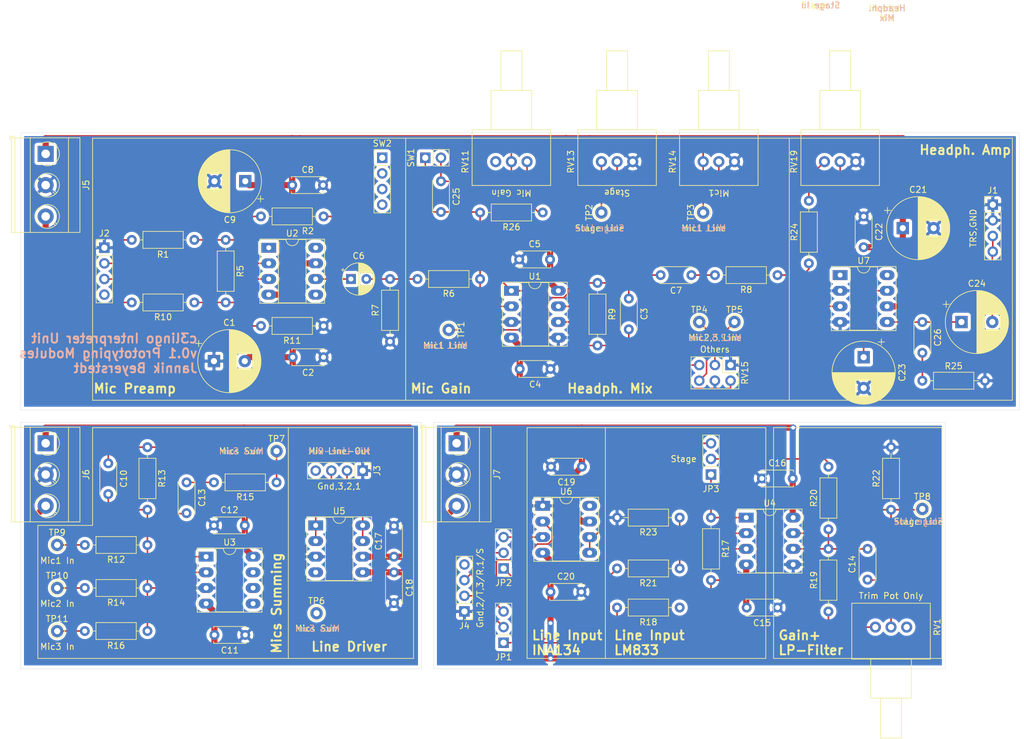
<source format=kicad_pcb>
(kicad_pcb (version 20171130) (host pcbnew "(5.1.7-0-10_14)")
  (layers (0 F.Cu signal) (31 B.Cu signal) (34 B.Paste user) (35 F.Paste user) (36 B.SilkS user) (37 F.SilkS user) (38 B.Mask user) (39 F.Mask user) (44 Edge.Cuts user))
  (net 0 "")
  (net 1 GNDREF)
  (net 2 -15V)
  (net 3 "Net-(C3-Pad2)")
  (net 4 "Net-(C3-Pad1)")
  (net 5 +15V)
  (net 6 "Net-(C6-Pad2)")
  (net 7 "Net-(C6-Pad1)")
  (net 8 "Net-(C7-Pad1)")
  (net 9 "Net-(C10-Pad2)")
  (net 10 "Net-(C10-Pad1)")
  (net 11 "Net-(C13-Pad1)")
  (net 12 Stage)
  (net 13 "Net-(C14-Pad2)")
  (net 14 Mic1)
  (net 15 "Net-(J2-Pad3)")
  (net 16 "Net-(J2-Pad2)")
  (net 17 "Net-(J3-Pad2)")
  (net 18 "Net-(J3-Pad3)")
  (net 19 "Net-(J4-Pad3)")
  (net 20 "Net-(J4-Pad2)")
  (net 21 "Net-(JP1-Pad3)")
  (net 22 "Net-(JP1-Pad1)")
  (net 23 "Net-(JP2-Pad1)")
  (net 24 "Net-(JP2-Pad3)")
  (net 25 "Net-(JP3-Pad1)")
  (net 26 "Net-(JP3-Pad2)")
  (net 27 "Net-(JP3-Pad3)")
  (net 28 "Net-(R1-Pad1)")
  (net 29 MicSum)
  (net 30 "Net-(R10-Pad1)")
  (net 31 "Net-(R17-Pad2)")
  (net 32 "Net-(R19-Pad1)")
  (net 33 "Net-(R21-Pad1)")
  (net 34 "Net-(R26-Pad1)")
  (net 35 Head1)
  (net 36 "Net-(C23-Pad1)")
  (net 37 "Net-(C24-Pad1)")
  (net 38 "Net-(C25-Pad2)")
  (net 39 "Net-(C26-Pad2)")
  (net 40 "Net-(R24-Pad2)")
  (net 41 "Net-(RV19-Pad2)")
  (net 42 "Net-(R14-Pad2)")
  (net 43 "Net-(R16-Pad2)")
  (net 44 "Net-(RV15-Pad6)")
  (net 45 "Net-(RV15-Pad3)")
  (module Connector_PinHeader_2.54mm:PinHeader_2x03_P2.54mm_Vertical (layer F.Cu) (at 130.175 52.705 270)
    (fp_text reference RV15 (at 1.27 -2.33 90) (layer F.SilkS))
    (fp_text value 22K)
    (pad 6 thru_hole oval (at 2.54 5.08 270) (size 1.7 1.7) (drill 1) (layers *.Cu *.Mask) (net 44 "Net-(RV15-Pad6)"))
    (pad 5 thru_hole oval (at 0 5.08 270) (size 1.7 1.7) (drill 1) (layers *.Cu *.Mask) (net 3 "Net-(C3-Pad2)"))
    (pad 4 thru_hole oval (at 2.54 2.54 270) (size 1.7 1.7) (drill 1) (layers *.Cu *.Mask) (net 1 GNDREF))
    (pad 3 thru_hole oval (at 0 2.54 270) (size 1.7 1.7) (drill 1) (layers *.Cu *.Mask) (net 45 "Net-(RV15-Pad3)"))
    (pad 2 thru_hole oval (at 2.54 0 270) (size 1.7 1.7) (drill 1) (layers *.Cu *.Mask) (net 3 "Net-(C3-Pad2)"))
    (pad 1 thru_hole rect (at 0 0 270) (size 1.7 1.7) (drill 1) (layers *.Cu *.Mask) (net 1 GNDREF))
  )
  (module Capacitor_THT:C_Disc_D5.0mm_W2.5mm_P5.00mm (layer F.Cu) (at 113.665 41.91 270)
    (fp_text reference C3 (at 2.5 -2.5 90) (layer F.SilkS))
    (fp_text value 22pF)
    (pad 2 thru_hole circle (at 5 0 270) (size 1.6 1.6) (drill 0.8) (layers *.Cu *.Mask) (net 3 "Net-(C3-Pad2)"))
    (pad 1 thru_hole circle (at 0 0 270) (size 1.6 1.6) (drill 0.8) (layers *.Cu *.Mask) (net 4 "Net-(C3-Pad1)"))
  )
  (module Capacitor_THT:CP_Radial_D5.0mm_P2.50mm (layer F.Cu) (at 68.58 38.735)
    (fp_text reference C6 (at 1.25 -3.75) (layer F.SilkS))
    (fp_text value 10uF)
    (pad 2 thru_hole circle (at 2.5 0) (size 1.6 1.6) (drill 0.8) (layers *.Cu *.Mask) (net 6 "Net-(C6-Pad2)"))
    (pad 1 thru_hole rect (at 0 0) (size 1.6 1.6) (drill 0.8) (layers *.Cu *.Mask) (net 7 "Net-(C6-Pad1)"))
  )
  (module TestPoint:TestPoint_THTPad_D2.0mm_Drill1.0mm (layer F.Cu) (at 20.92 95.905)
    (fp_text reference TP11 (at 0 -1.998) (layer F.SilkS))
    (fp_text value Mic3)
    (pad 1 thru_hole circle (at 0 0) (size 2 2) (drill 1) (layers *.Cu *.Mask) (net 43 "Net-(R16-Pad2)"))
  )
  (module TestPoint:TestPoint_THTPad_D2.0mm_Drill1.0mm (layer F.Cu) (at 20.92 88.905)
    (fp_text reference TP10 (at 0 -1.998) (layer F.SilkS))
    (fp_text value Mic2)
    (pad 1 thru_hole circle (at 0 0) (size 2 2) (drill 1) (layers *.Cu *.Mask) (net 42 "Net-(R14-Pad2)"))
  )
  (module TestPoint:TestPoint_THTPad_D2.0mm_Drill1.0mm (layer F.Cu) (at 20.92 81.905)
    (fp_text reference TP9 (at 0 -1.998) (layer F.SilkS))
    (fp_text value Mic1)
    (pad 1 thru_hole circle (at 0 0) (size 2 2) (drill 1) (layers *.Cu *.Mask) (net 14 Mic1))
  )
  (module TestPoint:TestPoint_THTPad_D2.0mm_Drill1.0mm (layer F.Cu) (at 161.29 76.07)
    (fp_text reference TP8 (at 0 -1.998) (layer F.SilkS))
    (fp_text value Stage)
    (pad 1 thru_hole circle (at 0 0) (size 2 2) (drill 1) (layers *.Cu *.Mask) (net 12 Stage))
  )
  (module TestPoint:TestPoint_THTPad_D2.0mm_Drill1.0mm (layer F.Cu) (at 56.515 66.675)
    (fp_text reference TP7 (at 0 -1.998) (layer F.SilkS))
    (fp_text value MicSum)
    (pad 1 thru_hole circle (at 0 0) (size 2 2) (drill 1) (layers *.Cu *.Mask) (net 29 MicSum))
  )
  (module TestPoint:TestPoint_THTPad_D2.0mm_Drill1.0mm (layer F.Cu) (at 63 93)
    (fp_text reference TP6 (at 0 -1.998) (layer F.SilkS))
    (fp_text value MicSum)
    (pad 1 thru_hole circle (at 0 0) (size 2 2) (drill 1) (layers *.Cu *.Mask) (net 29 MicSum))
  )
  (module TestPoint:TestPoint_THTPad_D2.0mm_Drill1.0mm (layer F.Cu) (at 130.81 45.72)
    (fp_text reference TP5 (at 0 -1.998) (layer F.SilkS))
    (fp_text value Mic3)
    (pad 1 thru_hole circle (at 0 0) (size 2 2) (drill 1) (layers *.Cu *.Mask) (net 45 "Net-(RV15-Pad3)"))
  )
  (module TestPoint:TestPoint_THTPad_D2.0mm_Drill1.0mm (layer F.Cu) (at 125.095 45.72)
    (fp_text reference TP4 (at 0 -1.998) (layer F.SilkS))
    (fp_text value Mic2)
    (pad 1 thru_hole circle (at 0 0) (size 2 2) (drill 1) (layers *.Cu *.Mask) (net 44 "Net-(RV15-Pad6)"))
  )
  (module TestPoint:TestPoint_THTPad_D2.0mm_Drill1.0mm (layer F.Cu) (at 125.73 27.94 90)
    (fp_text reference TP3 (at 0 -1.998 90) (layer F.SilkS))
    (fp_text value Mic1)
    (pad 1 thru_hole circle (at 0 0 90) (size 2 2) (drill 1) (layers *.Cu *.Mask) (net 14 Mic1))
  )
  (module TestPoint:TestPoint_THTPad_D2.0mm_Drill1.0mm (layer F.Cu) (at 109.22 27.94 90)
    (fp_text reference TP2 (at 0 -1.998 90) (layer F.SilkS))
    (fp_text value Stage)
    (pad 1 thru_hole circle (at 0 0 90) (size 2 2) (drill 1) (layers *.Cu *.Mask) (net 12 Stage))
  )
  (module TestPoint:TestPoint_THTPad_D2.0mm_Drill1.0mm (layer F.Cu) (at 84.455 46.99 270)
    (fp_text reference TP1 (at 0 -1.998 90) (layer F.SilkS))
    (fp_text value Mic1)
    (pad 1 thru_hole circle (at 0 0 270) (size 2 2) (drill 1) (layers *.Cu *.Mask) (net 14 Mic1))
  )
  (module TerminalBlock_MetzConnect:TerminalBlock_MetzConnect_Type073_RT02603HBLU_1x03_P5.08mm_Horizontal (layer F.Cu) (at 85.725 65.405 270)
    (fp_text reference J7 (at 5.08 -6.56 90) (layer F.SilkS))
    (fp_text value PowerSupply)
    (pad 3 thru_hole circle (at 10.16 0 270) (size 2.6 2.6) (drill 1.4) (layers *.Cu *.Mask) (net 2 -15V))
    (pad 2 thru_hole circle (at 5.08 0 270) (size 2.6 2.6) (drill 1.4) (layers *.Cu *.Mask) (net 1 GNDREF))
    (pad 1 thru_hole rect (at 0 0 270) (size 2.6 2.6) (drill 1.4) (layers *.Cu *.Mask) (net 5 +15V))
  )
  (module TerminalBlock_MetzConnect:TerminalBlock_MetzConnect_Type073_RT02603HBLU_1x03_P5.08mm_Horizontal (layer F.Cu) (at 19.05 65.405 270)
    (fp_text reference J6 (at 5.08 -6.56 90) (layer F.SilkS))
    (fp_text value PowerSupply)
    (pad 3 thru_hole circle (at 10.16 0 270) (size 2.6 2.6) (drill 1.4) (layers *.Cu *.Mask) (net 2 -15V))
    (pad 2 thru_hole circle (at 5.08 0 270) (size 2.6 2.6) (drill 1.4) (layers *.Cu *.Mask) (net 1 GNDREF))
    (pad 1 thru_hole rect (at 0 0 270) (size 2.6 2.6) (drill 1.4) (layers *.Cu *.Mask) (net 5 +15V))
  )
  (module Connector_PinHeader_2.54mm:PinHeader_1x04_P2.54mm_Vertical (layer F.Cu) (at 73.66 19.05)
    (fp_text reference SW2 (at 0 -2.33) (layer F.SilkS))
    (fp_text value OnAir_1)
    (pad 4 thru_hole oval (at 0 7.62) (size 1.7 1.7) (drill 1) (layers *.Cu *.Mask))
    (pad 3 thru_hole oval (at 0 5.08) (size 1.7 1.7) (drill 1) (layers *.Cu *.Mask))
    (pad 2 thru_hole oval (at 0 2.54) (size 1.7 1.7) (drill 1) (layers *.Cu *.Mask))
    (pad 1 thru_hole rect (at 0 0) (size 1.7 1.7) (drill 1) (layers *.Cu *.Mask))
  )
  (module Package_DIP:DIP-8_W7.62mm_Socket_LongPads (layer F.Cu) (at 147.955 38.1)
    (fp_text reference U7 (at 3.81 -2.33) (layer F.SilkS))
    (fp_text value LM386N-4)
    (pad 8 thru_hole oval (at 7.62 0) (size 2.4 1.6) (drill 0.8) (layers *.Cu *.Mask))
    (pad 4 thru_hole oval (at 0 7.62) (size 2.4 1.6) (drill 0.8) (layers *.Cu *.Mask) (net 1 GNDREF))
    (pad 7 thru_hole oval (at 7.62 2.54) (size 2.4 1.6) (drill 0.8) (layers *.Cu *.Mask) (net 36 "Net-(C23-Pad1)"))
    (pad 3 thru_hole oval (at 0 5.08) (size 2.4 1.6) (drill 0.8) (layers *.Cu *.Mask) (net 41 "Net-(RV19-Pad2)"))
    (pad 6 thru_hole oval (at 7.62 5.08) (size 2.4 1.6) (drill 0.8) (layers *.Cu *.Mask) (net 5 +15V))
    (pad 2 thru_hole oval (at 0 2.54) (size 2.4 1.6) (drill 0.8) (layers *.Cu *.Mask) (net 1 GNDREF))
    (pad 5 thru_hole oval (at 7.62 7.62) (size 2.4 1.6) (drill 0.8) (layers *.Cu *.Mask) (net 37 "Net-(C24-Pad1)"))
    (pad 1 thru_hole rect (at 0 0) (size 2.4 1.6) (drill 0.8) (layers *.Cu *.Mask))
  )
  (module Potentiometer_THT:Potentiometer_Vishay_148-149_Single_Horizontal (layer F.Cu) (at 150.495 19.685 90)
    (fp_text reference RV19 (at 0 -10.04 90) (layer F.SilkS))
    (fp_text value 25K)
    (pad 1 thru_hole circle (at 0 0 90) (size 1.8 1.8) (drill 1) (layers *.Cu *.Mask) (net 1 GNDREF))
    (pad 2 thru_hole circle (at 0 -2.54 90) (size 1.8 1.8) (drill 1) (layers *.Cu *.Mask) (net 41 "Net-(RV19-Pad2)"))
    (pad 3 thru_hole circle (at 0 -5.08 90) (size 1.8 1.8) (drill 1) (layers *.Cu *.Mask) (net 40 "Net-(R24-Pad2)"))
  )
  (module Resistor_THT:R_Axial_DIN0207_L6.3mm_D2.5mm_P10.16mm_Horizontal (layer F.Cu) (at 161.29 55.245)
    (fp_text reference R25 (at 5.08 -2.37) (layer F.SilkS))
    (fp_text value 12R)
    (pad 2 thru_hole oval (at 10.16 0) (size 1.6 1.6) (drill 0.8) (layers *.Cu *.Mask) (net 1 GNDREF))
    (pad 1 thru_hole circle (at 0 0) (size 1.6 1.6) (drill 0.8) (layers *.Cu *.Mask) (net 39 "Net-(C26-Pad2)"))
  )
  (module Resistor_THT:R_Axial_DIN0207_L6.3mm_D2.5mm_P10.16mm_Horizontal (layer F.Cu) (at 142.875 36.195 90)
    (fp_text reference R24 (at 5.08 -2.37 90) (layer F.SilkS))
    (fp_text value 82K)
    (pad 2 thru_hole oval (at 10.16 0 90) (size 1.6 1.6) (drill 0.8) (layers *.Cu *.Mask) (net 40 "Net-(R24-Pad2)"))
    (pad 1 thru_hole circle (at 0 0 90) (size 1.6 1.6) (drill 0.8) (layers *.Cu *.Mask) (net 35 Head1))
  )
  (module Capacitor_THT:C_Disc_D5.0mm_W2.5mm_P5.00mm (layer F.Cu) (at 161.29 45.72 270)
    (fp_text reference C26 (at 2.5 -2.5 90) (layer F.SilkS))
    (fp_text value 47nF)
    (pad 2 thru_hole circle (at 5 0 270) (size 1.6 1.6) (drill 0.8) (layers *.Cu *.Mask) (net 39 "Net-(C26-Pad2)"))
    (pad 1 thru_hole circle (at 0 0 270) (size 1.6 1.6) (drill 0.8) (layers *.Cu *.Mask) (net 37 "Net-(C24-Pad1)"))
  )
  (module Capacitor_THT:CP_Radial_D10.0mm_P5.00mm (layer F.Cu) (at 167.64 45.72)
    (fp_text reference C24 (at 2.5 -6.25) (layer F.SilkS))
    (fp_text value 220uF)
    (pad 2 thru_hole circle (at 5 0) (size 2 2) (drill 1) (layers *.Cu *.Mask))
    (pad 1 thru_hole rect (at 0 0) (size 2 2) (drill 1) (layers *.Cu *.Mask) (net 37 "Net-(C24-Pad1)"))
  )
  (module Capacitor_THT:CP_Radial_D10.0mm_P5.00mm (layer F.Cu) (at 151.765 51.435 270)
    (fp_text reference C23 (at 2.5 -6.25 90) (layer F.SilkS))
    (fp_text value 100uF)
    (pad 2 thru_hole circle (at 5 0 270) (size 2 2) (drill 1) (layers *.Cu *.Mask) (net 1 GNDREF))
    (pad 1 thru_hole rect (at 0 0 270) (size 2 2) (drill 1) (layers *.Cu *.Mask) (net 36 "Net-(C23-Pad1)"))
  )
  (module Capacitor_THT:C_Disc_D5.0mm_W2.5mm_P5.00mm (layer F.Cu) (at 151.765 28.575 270)
    (fp_text reference C22 (at 2.5 -2.5 90) (layer F.SilkS))
    (fp_text value 100nF)
    (pad 2 thru_hole circle (at 5 0 270) (size 1.6 1.6) (drill 0.8) (layers *.Cu *.Mask) (net 5 +15V))
    (pad 1 thru_hole circle (at 0 0 270) (size 1.6 1.6) (drill 0.8) (layers *.Cu *.Mask) (net 1 GNDREF))
  )
  (module Capacitor_THT:CP_Radial_D10.0mm_P5.00mm (layer F.Cu) (at 158.115 30.48)
    (fp_text reference C21 (at 2.5 -6.25) (layer F.SilkS))
    (fp_text value 100uF)
    (pad 2 thru_hole circle (at 5 0) (size 2 2) (drill 1) (layers *.Cu *.Mask) (net 1 GNDREF))
    (pad 1 thru_hole rect (at 0 0) (size 2 2) (drill 1) (layers *.Cu *.Mask) (net 5 +15V))
  )
  (module Package_DIP:DIP-8_W7.62mm_Socket_LongPads (layer F.Cu) (at 45.085 83.82)
    (fp_text reference U3 (at 3.81 -2.33) (layer F.SilkS))
    (fp_text value LM833N)
    (pad 1 thru_hole rect (at 0 0) (size 2.4 1.6) (drill 0.8) (layers *.Cu *.Mask) (net 10 "Net-(C10-Pad1)"))
    (pad 5 thru_hole oval (at 7.62 7.62) (size 2.4 1.6) (drill 0.8) (layers *.Cu *.Mask))
    (pad 2 thru_hole oval (at 0 2.54) (size 2.4 1.6) (drill 0.8) (layers *.Cu *.Mask) (net 9 "Net-(C10-Pad2)"))
    (pad 6 thru_hole oval (at 7.62 5.08) (size 2.4 1.6) (drill 0.8) (layers *.Cu *.Mask))
    (pad 3 thru_hole oval (at 0 5.08) (size 2.4 1.6) (drill 0.8) (layers *.Cu *.Mask) (net 1 GNDREF))
    (pad 7 thru_hole oval (at 7.62 2.54) (size 2.4 1.6) (drill 0.8) (layers *.Cu *.Mask))
    (pad 4 thru_hole oval (at 0 7.62) (size 2.4 1.6) (drill 0.8) (layers *.Cu *.Mask) (net 2 -15V))
    (pad 8 thru_hole oval (at 7.62 0) (size 2.4 1.6) (drill 0.8) (layers *.Cu *.Mask) (net 5 +15V))
  )
  (module Capacitor_THT:CP_Radial_D10.0mm_P5.00mm (layer F.Cu) (at 46.355 52.07)
    (fp_text reference C1 (at 2.5 -6.25) (layer F.SilkS))
    (fp_text value 100uF)
    (pad 1 thru_hole rect (at 0 0) (size 2 2) (drill 1) (layers *.Cu *.Mask) (net 1 GNDREF))
    (pad 2 thru_hole circle (at 5 0) (size 2 2) (drill 1) (layers *.Cu *.Mask) (net 2 -15V))
  )
  (module Capacitor_THT:C_Disc_D5.0mm_W2.5mm_P5.00mm (layer F.Cu) (at 64.135 51.435 180)
    (fp_text reference C2 (at 2.5 -2.5) (layer F.SilkS))
    (fp_text value 100nF)
    (pad 2 thru_hole circle (at 5 0 180) (size 1.6 1.6) (drill 0.8) (layers *.Cu *.Mask) (net 2 -15V))
    (pad 1 thru_hole circle (at 0 0 180) (size 1.6 1.6) (drill 0.8) (layers *.Cu *.Mask) (net 1 GNDREF))
  )
  (module Capacitor_THT:C_Disc_D5.0mm_W2.5mm_P5.00mm (layer F.Cu) (at 100.965 53.34 180)
    (fp_text reference C4 (at 2.5 -2.5) (layer F.SilkS))
    (fp_text value 100nF)
    (pad 2 thru_hole circle (at 5 0 180) (size 1.6 1.6) (drill 0.8) (layers *.Cu *.Mask) (net 2 -15V))
    (pad 1 thru_hole circle (at 0 0 180) (size 1.6 1.6) (drill 0.8) (layers *.Cu *.Mask) (net 1 GNDREF))
  )
  (module Capacitor_THT:C_Disc_D5.0mm_W2.5mm_P5.00mm (layer F.Cu) (at 95.885 35.56)
    (fp_text reference C5 (at 2.5 -2.5) (layer F.SilkS))
    (fp_text value 100nF)
    (pad 1 thru_hole circle (at 0 0) (size 1.6 1.6) (drill 0.8) (layers *.Cu *.Mask) (net 1 GNDREF))
    (pad 2 thru_hole circle (at 5 0) (size 1.6 1.6) (drill 0.8) (layers *.Cu *.Mask) (net 5 +15V))
  )
  (module Capacitor_THT:C_Disc_D5.0mm_W2.5mm_P5.00mm (layer F.Cu) (at 123.825 38.1 180)
    (fp_text reference C7 (at 2.5 -2.5) (layer F.SilkS))
    (fp_text value 10nF)
    (pad 1 thru_hole circle (at 0 0 180) (size 1.6 1.6) (drill 0.8) (layers *.Cu *.Mask) (net 8 "Net-(C7-Pad1)"))
    (pad 2 thru_hole circle (at 5 0 180) (size 1.6 1.6) (drill 0.8) (layers *.Cu *.Mask) (net 4 "Net-(C3-Pad1)"))
  )
  (module Capacitor_THT:C_Disc_D5.0mm_W2.5mm_P5.00mm (layer F.Cu) (at 59.055 23.495)
    (fp_text reference C8 (at 2.5 -2.5) (layer F.SilkS))
    (fp_text value 100nF)
    (pad 1 thru_hole circle (at 0 0) (size 1.6 1.6) (drill 0.8) (layers *.Cu *.Mask) (net 5 +15V))
    (pad 2 thru_hole circle (at 5 0) (size 1.6 1.6) (drill 0.8) (layers *.Cu *.Mask) (net 1 GNDREF))
  )
  (module Capacitor_THT:CP_Radial_D10.0mm_P5.00mm (layer F.Cu) (at 51.435 22.86 180)
    (fp_text reference C9 (at 2.5 -6.25) (layer F.SilkS))
    (fp_text value 100uF)
    (pad 2 thru_hole circle (at 5 0 180) (size 2 2) (drill 1) (layers *.Cu *.Mask) (net 1 GNDREF))
    (pad 1 thru_hole rect (at 0 0 180) (size 2 2) (drill 1) (layers *.Cu *.Mask) (net 5 +15V))
  )
  (module Capacitor_THT:C_Disc_D5.0mm_W2.5mm_P5.00mm (layer F.Cu) (at 29.21 68.66 270)
    (fp_text reference C10 (at 2.5 -2.5 90) (layer F.SilkS))
    (fp_text value 22pF)
    (pad 2 thru_hole circle (at 5 0 270) (size 1.6 1.6) (drill 0.8) (layers *.Cu *.Mask) (net 9 "Net-(C10-Pad2)"))
    (pad 1 thru_hole circle (at 0 0 270) (size 1.6 1.6) (drill 0.8) (layers *.Cu *.Mask) (net 10 "Net-(C10-Pad1)"))
  )
  (module Capacitor_THT:C_Disc_D5.0mm_W2.5mm_P5.00mm (layer F.Cu) (at 51.435 96.52 180)
    (fp_text reference C11 (at 2.5 -2.5) (layer F.SilkS))
    (fp_text value 100nF)
    (pad 2 thru_hole circle (at 5 0 180) (size 1.6 1.6) (drill 0.8) (layers *.Cu *.Mask) (net 2 -15V))
    (pad 1 thru_hole circle (at 0 0 180) (size 1.6 1.6) (drill 0.8) (layers *.Cu *.Mask) (net 1 GNDREF))
  )
  (module Capacitor_THT:C_Disc_D5.0mm_W2.5mm_P5.00mm (layer F.Cu) (at 46.355 78.74)
    (fp_text reference C12 (at 2.5 -2.5) (layer F.SilkS))
    (fp_text value 100nF)
    (pad 2 thru_hole circle (at 5 0) (size 1.6 1.6) (drill 0.8) (layers *.Cu *.Mask) (net 5 +15V))
    (pad 1 thru_hole circle (at 0 0) (size 1.6 1.6) (drill 0.8) (layers *.Cu *.Mask) (net 1 GNDREF))
  )
  (module Capacitor_THT:C_Disc_D5.0mm_W2.5mm_P5.00mm (layer F.Cu) (at 41.91 71.755 270)
    (fp_text reference C13 (at 2.5 -2.5 90) (layer F.SilkS))
    (fp_text value 4.7pF)
    (pad 1 thru_hole circle (at 0 0 270) (size 1.6 1.6) (drill 0.8) (layers *.Cu *.Mask) (net 11 "Net-(C13-Pad1)"))
    (pad 2 thru_hole circle (at 5 0 270) (size 1.6 1.6) (drill 0.8) (layers *.Cu *.Mask) (net 10 "Net-(C10-Pad1)"))
  )
  (module Capacitor_THT:C_Disc_D5.0mm_W2.5mm_P5.00mm (layer F.Cu) (at 152.4 87.55 90)
    (fp_text reference C14 (at 2.5 -2.5 90) (layer F.SilkS))
    (fp_text value 47pF)
    (pad 1 thru_hole circle (at 0 0 90) (size 1.6 1.6) (drill 0.8) (layers *.Cu *.Mask) (net 12 Stage))
    (pad 2 thru_hole circle (at 5 0 90) (size 1.6 1.6) (drill 0.8) (layers *.Cu *.Mask) (net 13 "Net-(C14-Pad2)"))
  )
  (module Capacitor_THT:C_Disc_D5.0mm_W2.5mm_P5.00mm (layer F.Cu) (at 137.795 92.075 180)
    (fp_text reference C15 (at 2.5 -2.5) (layer F.SilkS))
    (fp_text value 100nF)
    (pad 2 thru_hole circle (at 5 0 180) (size 1.6 1.6) (drill 0.8) (layers *.Cu *.Mask) (net 2 -15V))
    (pad 1 thru_hole circle (at 0 0 180) (size 1.6 1.6) (drill 0.8) (layers *.Cu *.Mask) (net 1 GNDREF))
  )
  (module Capacitor_THT:C_Disc_D5.0mm_W2.5mm_P5.00mm (layer F.Cu) (at 135.255 71.12)
    (fp_text reference C16 (at 2.5 -2.5) (layer F.SilkS))
    (fp_text value 100nF)
    (pad 1 thru_hole circle (at 0 0) (size 1.6 1.6) (drill 0.8) (layers *.Cu *.Mask) (net 1 GNDREF))
    (pad 2 thru_hole circle (at 5 0) (size 1.6 1.6) (drill 0.8) (layers *.Cu *.Mask) (net 5 +15V))
  )
  (module Capacitor_THT:C_Disc_D5.0mm_W2.5mm_P5.00mm (layer F.Cu) (at 75.565 83.82 90)
    (fp_text reference C17 (at 2.5 -2.5 90) (layer F.SilkS))
    (fp_text value 1uF)
    (pad 1 thru_hole circle (at 0 0 90) (size 1.6 1.6) (drill 0.8) (layers *.Cu *.Mask) (net 5 +15V))
    (pad 2 thru_hole circle (at 5 0 90) (size 1.6 1.6) (drill 0.8) (layers *.Cu *.Mask) (net 1 GNDREF))
  )
  (module Capacitor_THT:C_Disc_D5.0mm_W2.5mm_P5.00mm (layer F.Cu) (at 75.565 86.36 270)
    (fp_text reference C18 (at 2.5 -2.5 90) (layer F.SilkS))
    (fp_text value 1uF)
    (pad 2 thru_hole circle (at 5 0 270) (size 1.6 1.6) (drill 0.8) (layers *.Cu *.Mask) (net 1 GNDREF))
    (pad 1 thru_hole circle (at 0 0 270) (size 1.6 1.6) (drill 0.8) (layers *.Cu *.Mask) (net 2 -15V))
  )
  (module Capacitor_THT:C_Disc_D5.0mm_W2.5mm_P5.00mm (layer F.Cu) (at 106.045 69.215 180)
    (fp_text reference C19 (at 2.5 -2.5) (layer F.SilkS))
    (fp_text value 1uF)
    (pad 2 thru_hole circle (at 5 0 180) (size 1.6 1.6) (drill 0.8) (layers *.Cu *.Mask) (net 1 GNDREF))
    (pad 1 thru_hole circle (at 0 0 180) (size 1.6 1.6) (drill 0.8) (layers *.Cu *.Mask) (net 5 +15V))
  )
  (module Capacitor_THT:C_Disc_D5.0mm_W2.5mm_P5.00mm (layer F.Cu) (at 100.965 89.535)
    (fp_text reference C20 (at 2.5 -2.5) (layer F.SilkS))
    (fp_text value 1uF)
    (pad 1 thru_hole circle (at 0 0) (size 1.6 1.6) (drill 0.8) (layers *.Cu *.Mask) (net 2 -15V))
    (pad 2 thru_hole circle (at 5 0) (size 1.6 1.6) (drill 0.8) (layers *.Cu *.Mask) (net 1 GNDREF))
  )
  (module Capacitor_THT:C_Disc_D5.0mm_W2.5mm_P5.00mm (layer F.Cu) (at 83.185 22.86 270)
    (fp_text reference C25 (at 2.5 -2.5 90) (layer F.SilkS))
    (fp_text value 0.1uF)
    (pad 1 thru_hole circle (at 0 0 270) (size 1.6 1.6) (drill 0.8) (layers *.Cu *.Mask) (net 14 Mic1))
    (pad 2 thru_hole circle (at 5 0 270) (size 1.6 1.6) (drill 0.8) (layers *.Cu *.Mask) (net 38 "Net-(C25-Pad2)"))
  )
  (module TerminalBlock_MetzConnect:TerminalBlock_MetzConnect_Type073_RT02603HBLU_1x03_P5.08mm_Horizontal (layer F.Cu) (at 19.05 18.415 270)
    (fp_text reference J5 (at 5.08 -6.56 90) (layer F.SilkS))
    (fp_text value PowerSupply)
    (pad 1 thru_hole rect (at 0 0 270) (size 2.6 2.6) (drill 1.4) (layers *.Cu *.Mask) (net 5 +15V))
    (pad 2 thru_hole circle (at 5.08 0 270) (size 2.6 2.6) (drill 1.4) (layers *.Cu *.Mask) (net 1 GNDREF))
    (pad 3 thru_hole circle (at 10.16 0 270) (size 2.6 2.6) (drill 1.4) (layers *.Cu *.Mask) (net 2 -15V))
  )
  (module Connector_PinHeader_2.54mm:PinHeader_1x03_P2.54mm_Vertical (layer F.Cu) (at 93.345 97.79 180)
    (fp_text reference JP1 (at 0 -2.33) (layer F.SilkS))
    (fp_text value "Stage Hot")
    (pad 3 thru_hole oval (at 0 5.08 180) (size 1.7 1.7) (drill 1) (layers *.Cu *.Mask) (net 21 "Net-(JP1-Pad3)"))
    (pad 2 thru_hole oval (at 0 2.54 180) (size 1.7 1.7) (drill 1) (layers *.Cu *.Mask) (net 20 "Net-(J4-Pad2)"))
    (pad 1 thru_hole rect (at 0 0 180) (size 1.7 1.7) (drill 1) (layers *.Cu *.Mask) (net 22 "Net-(JP1-Pad1)"))
  )
  (module Connector_PinHeader_2.54mm:PinHeader_1x03_P2.54mm_Vertical (layer F.Cu) (at 93.345 85.725 180)
    (fp_text reference JP2 (at 0 -2.33) (layer F.SilkS))
    (fp_text value "Stage Cold")
    (pad 1 thru_hole rect (at 0 0 180) (size 1.7 1.7) (drill 1) (layers *.Cu *.Mask) (net 23 "Net-(JP2-Pad1)"))
    (pad 2 thru_hole oval (at 0 2.54 180) (size 1.7 1.7) (drill 1) (layers *.Cu *.Mask) (net 19 "Net-(J4-Pad3)"))
    (pad 3 thru_hole oval (at 0 5.08 180) (size 1.7 1.7) (drill 1) (layers *.Cu *.Mask) (net 24 "Net-(JP2-Pad3)"))
  )
  (module Connector_PinHeader_2.54mm:PinHeader_1x03_P2.54mm_Vertical (layer F.Cu) (at 127 70.485 180)
    (fp_text reference JP3 (at 0 -2.33) (layer F.SilkS))
    (fp_text value "Stage Out")
    (pad 1 thru_hole rect (at 0 0 180) (size 1.7 1.7) (drill 1) (layers *.Cu *.Mask) (net 25 "Net-(JP3-Pad1)"))
    (pad 2 thru_hole oval (at 0 2.54 180) (size 1.7 1.7) (drill 1) (layers *.Cu *.Mask) (net 26 "Net-(JP3-Pad2)"))
    (pad 3 thru_hole oval (at 0 5.08 180) (size 1.7 1.7) (drill 1) (layers *.Cu *.Mask) (net 27 "Net-(JP3-Pad3)"))
  )
  (module Resistor_THT:R_Axial_DIN0207_L6.3mm_D2.5mm_P10.16mm_Horizontal (layer F.Cu) (at 43.18 32.385 180)
    (fp_text reference R1 (at 5.08 -2.37) (layer F.SilkS))
    (fp_text value "1K 1%")
    (pad 2 thru_hole oval (at 10.16 0 180) (size 1.6 1.6) (drill 0.8) (layers *.Cu *.Mask) (net 16 "Net-(J2-Pad2)"))
    (pad 1 thru_hole circle (at 0 0 180) (size 1.6 1.6) (drill 0.8) (layers *.Cu *.Mask) (net 28 "Net-(R1-Pad1)"))
  )
  (module Resistor_THT:R_Axial_DIN0207_L6.3mm_D2.5mm_P10.16mm_Horizontal (layer F.Cu) (at 64.135 28.575 180)
    (fp_text reference R2 (at 2.54 -2.37) (layer F.SilkS))
    (fp_text value "330K 1%")
    (pad 2 thru_hole oval (at 10.16 0 180) (size 1.6 1.6) (drill 0.8) (layers *.Cu *.Mask) (net 28 "Net-(R1-Pad1)"))
    (pad 1 thru_hole circle (at 0 0 180) (size 1.6 1.6) (drill 0.8) (layers *.Cu *.Mask) (net 7 "Net-(C6-Pad1)"))
  )
  (module Potentiometer_THT:Potentiometer_Vishay_148-149_Single_Horizontal (layer F.Cu) (at 114.3 19.685 90)
    (fp_text reference RV13 (at 0 -10.04 90) (layer F.SilkS))
    (fp_text value 22K)
    (pad 1 thru_hole circle (at 0 0 90) (size 1.8 1.8) (drill 1) (layers *.Cu *.Mask) (net 1 GNDREF))
    (pad 2 thru_hole circle (at 0 -2.54 90) (size 1.8 1.8) (drill 1) (layers *.Cu *.Mask) (net 3 "Net-(C3-Pad2)"))
    (pad 3 thru_hole circle (at 0 -5.08 90) (size 1.8 1.8) (drill 1) (layers *.Cu *.Mask) (net 12 Stage))
  )
  (module Potentiometer_THT:Potentiometer_Vishay_148-149_Single_Horizontal (layer F.Cu) (at 130.81 19.685 90)
    (fp_text reference RV14 (at 0 -10.04 90) (layer F.SilkS))
    (fp_text value 22K)
    (pad 3 thru_hole circle (at 0 -5.08 90) (size 1.8 1.8) (drill 1) (layers *.Cu *.Mask) (net 14 Mic1))
    (pad 2 thru_hole circle (at 0 -2.54 90) (size 1.8 1.8) (drill 1) (layers *.Cu *.Mask) (net 3 "Net-(C3-Pad2)"))
    (pad 1 thru_hole circle (at 0 0 90) (size 1.8 1.8) (drill 1) (layers *.Cu *.Mask) (net 1 GNDREF))
  )
  (module Resistor_THT:R_Axial_DIN0207_L6.3mm_D2.5mm_P10.16mm_Horizontal (layer F.Cu) (at 48.26 32.385 270)
    (fp_text reference R5 (at 5.08 -2.37 90) (layer F.SilkS))
    (fp_text value "27K 1%")
    (pad 1 thru_hole circle (at 0 0 270) (size 1.6 1.6) (drill 0.8) (layers *.Cu *.Mask) (net 28 "Net-(R1-Pad1)"))
    (pad 2 thru_hole oval (at 10.16 0 270) (size 1.6 1.6) (drill 0.8) (layers *.Cu *.Mask) (net 30 "Net-(R10-Pad1)"))
  )
  (module Resistor_THT:R_Axial_DIN0207_L6.3mm_D2.5mm_P10.16mm_Horizontal (layer F.Cu) (at 89.535 38.735 180)
    (fp_text reference R6 (at 5.08 -2.37) (layer F.SilkS))
    (fp_text value 820R)
    (pad 1 thru_hole circle (at 0 0 180) (size 1.6 1.6) (drill 0.8) (layers *.Cu *.Mask) (net 38 "Net-(C25-Pad2)"))
    (pad 2 thru_hole oval (at 10.16 0 180) (size 1.6 1.6) (drill 0.8) (layers *.Cu *.Mask) (net 6 "Net-(C6-Pad2)"))
  )
  (module Resistor_THT:R_Axial_DIN0207_L6.3mm_D2.5mm_P10.16mm_Horizontal (layer F.Cu) (at 74.93 48.895 90)
    (fp_text reference R7 (at 5.08 -2.37 90) (layer F.SilkS))
    (fp_text value 5.6K)
    (pad 1 thru_hole circle (at 0 0 90) (size 1.6 1.6) (drill 0.8) (layers *.Cu *.Mask) (net 1 GNDREF))
    (pad 2 thru_hole oval (at 10.16 0 90) (size 1.6 1.6) (drill 0.8) (layers *.Cu *.Mask) (net 6 "Net-(C6-Pad2)"))
  )
  (module Resistor_THT:R_Axial_DIN0207_L6.3mm_D2.5mm_P10.16mm_Horizontal (layer F.Cu) (at 137.795 38.1 180)
    (fp_text reference R8 (at 5.08 -2.37) (layer F.SilkS))
    (fp_text value 47R)
    (pad 2 thru_hole oval (at 10.16 0 180) (size 1.6 1.6) (drill 0.8) (layers *.Cu *.Mask) (net 8 "Net-(C7-Pad1)"))
    (pad 1 thru_hole circle (at 0 0 180) (size 1.6 1.6) (drill 0.8) (layers *.Cu *.Mask) (net 35 Head1))
  )
  (module Resistor_THT:R_Axial_DIN0207_L6.3mm_D2.5mm_P10.16mm_Horizontal (layer F.Cu) (at 108.585 39.37 270)
    (fp_text reference R9 (at 5.08 -2.37 90) (layer F.SilkS))
    (fp_text value 22K)
    (pad 2 thru_hole oval (at 10.16 0 270) (size 1.6 1.6) (drill 0.8) (layers *.Cu *.Mask) (net 3 "Net-(C3-Pad2)"))
    (pad 1 thru_hole circle (at 0 0 270) (size 1.6 1.6) (drill 0.8) (layers *.Cu *.Mask) (net 4 "Net-(C3-Pad1)"))
  )
  (module Resistor_THT:R_Axial_DIN0207_L6.3mm_D2.5mm_P10.16mm_Horizontal (layer F.Cu) (at 43.18 42.545 180)
    (fp_text reference R10 (at 5.08 -2.37) (layer F.SilkS))
    (fp_text value "1K 1%")
    (pad 2 thru_hole oval (at 10.16 0 180) (size 1.6 1.6) (drill 0.8) (layers *.Cu *.Mask) (net 15 "Net-(J2-Pad3)"))
    (pad 1 thru_hole circle (at 0 0 180) (size 1.6 1.6) (drill 0.8) (layers *.Cu *.Mask) (net 30 "Net-(R10-Pad1)"))
  )
  (module Resistor_THT:R_Axial_DIN0207_L6.3mm_D2.5mm_P10.16mm_Horizontal (layer F.Cu) (at 64.135 46.355 180)
    (fp_text reference R11 (at 5.08 -2.37) (layer F.SilkS))
    (fp_text value "330K 1%")
    (pad 2 thru_hole oval (at 10.16 0 180) (size 1.6 1.6) (drill 0.8) (layers *.Cu *.Mask) (net 30 "Net-(R10-Pad1)"))
    (pad 1 thru_hole circle (at 0 0 180) (size 1.6 1.6) (drill 0.8) (layers *.Cu *.Mask) (net 1 GNDREF))
  )
  (module Resistor_THT:R_Axial_DIN0207_L6.3mm_D2.5mm_P10.16mm_Horizontal (layer F.Cu) (at 35.56 81.915 180)
    (fp_text reference R12 (at 5.08 -2.37) (layer F.SilkS))
    (fp_text value 22K)
    (pad 2 thru_hole oval (at 10.16 0 180) (size 1.6 1.6) (drill 0.8) (layers *.Cu *.Mask) (net 14 Mic1))
    (pad 1 thru_hole circle (at 0 0 180) (size 1.6 1.6) (drill 0.8) (layers *.Cu *.Mask) (net 9 "Net-(C10-Pad2)"))
  )
  (module Resistor_THT:R_Axial_DIN0207_L6.3mm_D2.5mm_P10.16mm_Horizontal (layer F.Cu) (at 35.56 66.04 270)
    (fp_text reference R13 (at 5.08 -2.37 90) (layer F.SilkS))
    (fp_text value 22K)
    (pad 1 thru_hole circle (at 0 0 270) (size 1.6 1.6) (drill 0.8) (layers *.Cu *.Mask) (net 10 "Net-(C10-Pad1)"))
    (pad 2 thru_hole oval (at 10.16 0 270) (size 1.6 1.6) (drill 0.8) (layers *.Cu *.Mask) (net 9 "Net-(C10-Pad2)"))
  )
  (module Resistor_THT:R_Axial_DIN0207_L6.3mm_D2.5mm_P10.16mm_Horizontal (layer F.Cu) (at 35.56 88.9 180)
    (fp_text reference R14 (at 5.08 -2.37) (layer F.SilkS))
    (fp_text value 22K)
    (pad 2 thru_hole oval (at 10.16 0 180) (size 1.6 1.6) (drill 0.8) (layers *.Cu *.Mask) (net 42 "Net-(R14-Pad2)"))
    (pad 1 thru_hole circle (at 0 0 180) (size 1.6 1.6) (drill 0.8) (layers *.Cu *.Mask) (net 9 "Net-(C10-Pad2)"))
  )
  (module Resistor_THT:R_Axial_DIN0207_L6.3mm_D2.5mm_P10.16mm_Horizontal (layer F.Cu) (at 56.515 71.755 180)
    (fp_text reference R15 (at 5.08 -2.37) (layer F.SilkS))
    (fp_text value 47R)
    (pad 2 thru_hole oval (at 10.16 0 180) (size 1.6 1.6) (drill 0.8) (layers *.Cu *.Mask) (net 11 "Net-(C13-Pad1)"))
    (pad 1 thru_hole circle (at 0 0 180) (size 1.6 1.6) (drill 0.8) (layers *.Cu *.Mask) (net 29 MicSum))
  )
  (module Resistor_THT:R_Axial_DIN0207_L6.3mm_D2.5mm_P10.16mm_Horizontal (layer F.Cu) (at 35.56 95.885 180)
    (fp_text reference R16 (at 5.08 -2.37) (layer F.SilkS))
    (fp_text value 22K)
    (pad 2 thru_hole oval (at 10.16 0 180) (size 1.6 1.6) (drill 0.8) (layers *.Cu *.Mask) (net 43 "Net-(R16-Pad2)"))
    (pad 1 thru_hole circle (at 0 0 180) (size 1.6 1.6) (drill 0.8) (layers *.Cu *.Mask) (net 9 "Net-(C10-Pad2)"))
  )
  (module Resistor_THT:R_Axial_DIN0207_L6.3mm_D2.5mm_P10.16mm_Horizontal (layer F.Cu) (at 127 77.47 270)
    (fp_text reference R17 (at 5.08 -2.37 90) (layer F.SilkS))
    (fp_text value R)
    (pad 2 thru_hole oval (at 10.16 0 270) (size 1.6 1.6) (drill 0.8) (layers *.Cu *.Mask) (net 31 "Net-(R17-Pad2)"))
    (pad 1 thru_hole circle (at 0 0 270) (size 1.6 1.6) (drill 0.8) (layers *.Cu *.Mask) (net 25 "Net-(JP3-Pad1)"))
  )
  (module Resistor_THT:R_Axial_DIN0207_L6.3mm_D2.5mm_P10.16mm_Horizontal (layer F.Cu) (at 121.92 92.075 180)
    (fp_text reference R18 (at 5.08 -2.37) (layer F.SilkS))
    (fp_text value R)
    (pad 2 thru_hole oval (at 10.16 0 180) (size 1.6 1.6) (drill 0.8) (layers *.Cu *.Mask) (net 22 "Net-(JP1-Pad1)"))
    (pad 1 thru_hole circle (at 0 0 180) (size 1.6 1.6) (drill 0.8) (layers *.Cu *.Mask) (net 31 "Net-(R17-Pad2)"))
  )
  (module Resistor_THT:R_Axial_DIN0207_L6.3mm_D2.5mm_P10.16mm_Horizontal (layer F.Cu) (at 146.05 92.71 90)
    (fp_text reference R19 (at 5.08 -2.37 90) (layer F.SilkS))
    (fp_text value 22K)
    (pad 2 thru_hole oval (at 10.16 0 90) (size 1.6 1.6) (drill 0.8) (layers *.Cu *.Mask) (net 13 "Net-(C14-Pad2)"))
    (pad 1 thru_hole circle (at 0 0 90) (size 1.6 1.6) (drill 0.8) (layers *.Cu *.Mask) (net 32 "Net-(R19-Pad1)"))
  )
  (module Resistor_THT:R_Axial_DIN0207_L6.3mm_D2.5mm_P10.16mm_Horizontal (layer F.Cu) (at 146.05 79.375 90)
    (fp_text reference R20 (at 5.08 -2.37 90) (layer F.SilkS))
    (fp_text value 47K)
    (pad 1 thru_hole circle (at 0 0 90) (size 1.6 1.6) (drill 0.8) (layers *.Cu *.Mask) (net 13 "Net-(C14-Pad2)"))
    (pad 2 thru_hole oval (at 10.16 0 90) (size 1.6 1.6) (drill 0.8) (layers *.Cu *.Mask) (net 26 "Net-(JP3-Pad2)"))
  )
  (module Resistor_THT:R_Axial_DIN0207_L6.3mm_D2.5mm_P10.16mm_Horizontal (layer F.Cu) (at 121.92 85.725 180)
    (fp_text reference R21 (at 5.08 -2.37) (layer F.SilkS))
    (fp_text value R)
    (pad 1 thru_hole circle (at 0 0 180) (size 1.6 1.6) (drill 0.8) (layers *.Cu *.Mask) (net 33 "Net-(R21-Pad1)"))
    (pad 2 thru_hole oval (at 10.16 0 180) (size 1.6 1.6) (drill 0.8) (layers *.Cu *.Mask) (net 23 "Net-(JP2-Pad1)"))
  )
  (module Resistor_THT:R_Axial_DIN0207_L6.3mm_D2.5mm_P10.16mm_Horizontal (layer F.Cu) (at 156.21 76.2 90)
    (fp_text reference R22 (at 5.08 -2.37 90) (layer F.SilkS))
    (fp_text value 22K)
    (pad 2 thru_hole oval (at 10.16 0 90) (size 1.6 1.6) (drill 0.8) (layers *.Cu *.Mask) (net 1 GNDREF))
    (pad 1 thru_hole circle (at 0 0 90) (size 1.6 1.6) (drill 0.8) (layers *.Cu *.Mask) (net 12 Stage))
  )
  (module Resistor_THT:R_Axial_DIN0207_L6.3mm_D2.5mm_P10.16mm_Horizontal (layer F.Cu) (at 121.92 77.47 180)
    (fp_text reference R23 (at 5.08 -2.37) (layer F.SilkS))
    (fp_text value R)
    (pad 1 thru_hole circle (at 0 0 180) (size 1.6 1.6) (drill 0.8) (layers *.Cu *.Mask) (net 33 "Net-(R21-Pad1)"))
    (pad 2 thru_hole oval (at 10.16 0 180) (size 1.6 1.6) (drill 0.8) (layers *.Cu *.Mask) (net 1 GNDREF))
  )
  (module Resistor_THT:R_Axial_DIN0207_L6.3mm_D2.5mm_P10.16mm_Horizontal (layer F.Cu) (at 99.695 27.94 180)
    (fp_text reference R26 (at 5.08 -2.37) (layer F.SilkS))
    (fp_text value 220R)
    (pad 1 thru_hole circle (at 0 0 180) (size 1.6 1.6) (drill 0.8) (layers *.Cu *.Mask) (net 34 "Net-(R26-Pad1)"))
    (pad 2 thru_hole oval (at 10.16 0 180) (size 1.6 1.6) (drill 0.8) (layers *.Cu *.Mask) (net 38 "Net-(C25-Pad2)"))
  )
  (module Potentiometer_THT:Potentiometer_Vishay_148-149_Single_Horizontal (layer F.Cu) (at 97.155 19.685 90)
    (fp_text reference RV11 (at 0 -10.04 90) (layer F.SilkS))
    (fp_text value 25K)
    (pad 1 thru_hole circle (at 0 0 90) (size 1.8 1.8) (drill 1) (layers *.Cu *.Mask) (net 34 "Net-(R26-Pad1)"))
    (pad 2 thru_hole circle (at 0 -2.54 90) (size 1.8 1.8) (drill 1) (layers *.Cu *.Mask) (net 14 Mic1))
    (pad 3 thru_hole circle (at 0 -5.08 90) (size 1.8 1.8) (drill 1) (layers *.Cu *.Mask))
  )
  (module Potentiometer_THT:Potentiometer_Vishay_148-149_Single_Horizontal (layer F.Cu) (at 153.67 95.25 270)
    (fp_text reference RV1 (at 0 -10.04 90) (layer F.SilkS))
    (fp_text value 100K)
    (pad 3 thru_hole circle (at 0 -5.08 270) (size 1.8 1.8) (drill 1) (layers *.Cu *.Mask))
    (pad 2 thru_hole circle (at 0 -2.54 270) (size 1.8 1.8) (drill 1) (layers *.Cu *.Mask) (net 12 Stage))
    (pad 1 thru_hole circle (at 0 0 270) (size 1.8 1.8) (drill 1) (layers *.Cu *.Mask) (net 32 "Net-(R19-Pad1)"))
  )
  (module Connector_PinHeader_2.54mm:PinHeader_1x02_P2.54mm_Vertical (layer F.Cu) (at 80.645 19.05 90)
    (fp_text reference SW1 (at 0 -2.33 90) (layer F.SilkS))
    (fp_text value Mute_1)
    (pad 1 thru_hole rect (at 0 0 90) (size 1.7 1.7) (drill 1) (layers *.Cu *.Mask) (net 38 "Net-(C25-Pad2)"))
    (pad 2 thru_hole oval (at 0 2.54 90) (size 1.7 1.7) (drill 1) (layers *.Cu *.Mask) (net 14 Mic1))
  )
  (module Package_DIP:DIP-8_W7.62mm_Socket_LongPads (layer F.Cu) (at 94.615 40.64)
    (fp_text reference U1 (at 3.81 -2.33) (layer F.SilkS))
    (fp_text value LM833N)
    (pad 8 thru_hole oval (at 7.62 0) (size 2.4 1.6) (drill 0.8) (layers *.Cu *.Mask) (net 5 +15V))
    (pad 4 thru_hole oval (at 0 7.62) (size 2.4 1.6) (drill 0.8) (layers *.Cu *.Mask) (net 2 -15V))
    (pad 7 thru_hole oval (at 7.62 2.54) (size 2.4 1.6) (drill 0.8) (layers *.Cu *.Mask) (net 4 "Net-(C3-Pad1)"))
    (pad 3 thru_hole oval (at 0 5.08) (size 2.4 1.6) (drill 0.8) (layers *.Cu *.Mask) (net 1 GNDREF))
    (pad 6 thru_hole oval (at 7.62 5.08) (size 2.4 1.6) (drill 0.8) (layers *.Cu *.Mask) (net 3 "Net-(C3-Pad2)"))
    (pad 2 thru_hole oval (at 0 2.54) (size 2.4 1.6) (drill 0.8) (layers *.Cu *.Mask) (net 38 "Net-(C25-Pad2)"))
    (pad 5 thru_hole oval (at 7.62 7.62) (size 2.4 1.6) (drill 0.8) (layers *.Cu *.Mask) (net 1 GNDREF))
    (pad 1 thru_hole rect (at 0 0) (size 2.4 1.6) (drill 0.8) (layers *.Cu *.Mask) (net 14 Mic1))
  )
  (module Package_DIP:DIP-8_W7.62mm_Socket_LongPads (layer F.Cu) (at 55.245 33.655)
    (fp_text reference U2 (at 3.81 -2.33) (layer F.SilkS))
    (fp_text value NE5534)
    (pad 1 thru_hole rect (at 0 0) (size 2.4 1.6) (drill 0.8) (layers *.Cu *.Mask))
    (pad 5 thru_hole oval (at 7.62 7.62) (size 2.4 1.6) (drill 0.8) (layers *.Cu *.Mask))
    (pad 2 thru_hole oval (at 0 2.54) (size 2.4 1.6) (drill 0.8) (layers *.Cu *.Mask) (net 28 "Net-(R1-Pad1)"))
    (pad 6 thru_hole oval (at 7.62 5.08) (size 2.4 1.6) (drill 0.8) (layers *.Cu *.Mask) (net 7 "Net-(C6-Pad1)"))
    (pad 3 thru_hole oval (at 0 5.08) (size 2.4 1.6) (drill 0.8) (layers *.Cu *.Mask) (net 30 "Net-(R10-Pad1)"))
    (pad 7 thru_hole oval (at 7.62 2.54) (size 2.4 1.6) (drill 0.8) (layers *.Cu *.Mask) (net 5 +15V))
    (pad 4 thru_hole oval (at 0 7.62) (size 2.4 1.6) (drill 0.8) (layers *.Cu *.Mask) (net 2 -15V))
    (pad 8 thru_hole oval (at 7.62 0) (size 2.4 1.6) (drill 0.8) (layers *.Cu *.Mask))
  )
  (module Package_DIP:DIP-8_W7.62mm_Socket_LongPads (layer F.Cu) (at 132.715 77.47)
    (fp_text reference U4 (at 3.81 -2.33) (layer F.SilkS))
    (fp_text value LM833N)
    (pad 8 thru_hole oval (at 7.62 0) (size 2.4 1.6) (drill 0.8) (layers *.Cu *.Mask) (net 5 +15V))
    (pad 4 thru_hole oval (at 0 7.62) (size 2.4 1.6) (drill 0.8) (layers *.Cu *.Mask) (net 2 -15V))
    (pad 7 thru_hole oval (at 7.62 2.54) (size 2.4 1.6) (drill 0.8) (layers *.Cu *.Mask) (net 12 Stage))
    (pad 3 thru_hole oval (at 0 5.08) (size 2.4 1.6) (drill 0.8) (layers *.Cu *.Mask) (net 31 "Net-(R17-Pad2)"))
    (pad 6 thru_hole oval (at 7.62 5.08) (size 2.4 1.6) (drill 0.8) (layers *.Cu *.Mask) (net 13 "Net-(C14-Pad2)"))
    (pad 2 thru_hole oval (at 0 2.54) (size 2.4 1.6) (drill 0.8) (layers *.Cu *.Mask) (net 33 "Net-(R21-Pad1)"))
    (pad 5 thru_hole oval (at 7.62 7.62) (size 2.4 1.6) (drill 0.8) (layers *.Cu *.Mask) (net 1 GNDREF))
    (pad 1 thru_hole rect (at 0 0) (size 2.4 1.6) (drill 0.8) (layers *.Cu *.Mask) (net 25 "Net-(JP3-Pad1)"))
  )
  (module Package_DIP:DIP-8_W7.62mm_Socket_LongPads (layer F.Cu) (at 62.865 78.74)
    (fp_text reference U5 (at 3.81 -2.33) (layer F.SilkS))
    (fp_text value DRV134PA)
    (pad 1 thru_hole rect (at 0 0) (size 2.4 1.6) (drill 0.8) (layers *.Cu *.Mask) (net 18 "Net-(J3-Pad3)"))
    (pad 5 thru_hole oval (at 7.62 7.62) (size 2.4 1.6) (drill 0.8) (layers *.Cu *.Mask) (net 2 -15V))
    (pad 2 thru_hole oval (at 0 2.54) (size 2.4 1.6) (drill 0.8) (layers *.Cu *.Mask) (net 18 "Net-(J3-Pad3)"))
    (pad 6 thru_hole oval (at 7.62 5.08) (size 2.4 1.6) (drill 0.8) (layers *.Cu *.Mask) (net 5 +15V))
    (pad 3 thru_hole oval (at 0 5.08) (size 2.4 1.6) (drill 0.8) (layers *.Cu *.Mask) (net 1 GNDREF))
    (pad 7 thru_hole oval (at 7.62 2.54) (size 2.4 1.6) (drill 0.8) (layers *.Cu *.Mask) (net 17 "Net-(J3-Pad2)"))
    (pad 4 thru_hole oval (at 0 7.62) (size 2.4 1.6) (drill 0.8) (layers *.Cu *.Mask) (net 29 MicSum))
    (pad 8 thru_hole oval (at 7.62 0) (size 2.4 1.6) (drill 0.8) (layers *.Cu *.Mask) (net 17 "Net-(J3-Pad2)"))
  )
  (module Package_DIP:DIP-8_W7.62mm_Socket_LongPads (layer F.Cu) (at 99.695 75.565)
    (fp_text reference U6 (at 3.81 -2.33) (layer F.SilkS))
    (fp_text value INA134PA)
    (pad 1 thru_hole rect (at 0 0) (size 2.4 1.6) (drill 0.8) (layers *.Cu *.Mask) (net 1 GNDREF))
    (pad 5 thru_hole oval (at 7.62 7.62) (size 2.4 1.6) (drill 0.8) (layers *.Cu *.Mask) (net 27 "Net-(JP3-Pad3)"))
    (pad 2 thru_hole oval (at 0 2.54) (size 2.4 1.6) (drill 0.8) (layers *.Cu *.Mask) (net 21 "Net-(JP1-Pad3)"))
    (pad 6 thru_hole oval (at 7.62 5.08) (size 2.4 1.6) (drill 0.8) (layers *.Cu *.Mask) (net 27 "Net-(JP3-Pad3)"))
    (pad 3 thru_hole oval (at 0 5.08) (size 2.4 1.6) (drill 0.8) (layers *.Cu *.Mask) (net 24 "Net-(JP2-Pad3)"))
    (pad 7 thru_hole oval (at 7.62 2.54) (size 2.4 1.6) (drill 0.8) (layers *.Cu *.Mask) (net 5 +15V))
    (pad 4 thru_hole oval (at 0 7.62) (size 2.4 1.6) (drill 0.8) (layers *.Cu *.Mask) (net 2 -15V))
    (pad 8 thru_hole oval (at 7.62 0) (size 2.4 1.6) (drill 0.8) (layers *.Cu *.Mask))
  )
  (module Connector_PinHeader_2.54mm:PinHeader_1x04_P2.54mm_Vertical (layer F.Cu) (at 172.72 26.67)
    (fp_text reference J1 (at 0 -2.33) (layer F.SilkS))
    (fp_text value "Headphone 1")
    (pad 4 thru_hole oval (at 0 7.62) (size 1.7 1.7) (drill 1) (layers *.Cu *.Mask))
    (pad 3 thru_hole oval (at 0 5.08) (size 1.7 1.7) (drill 1) (layers *.Cu *.Mask))
    (pad 2 thru_hole oval (at 0 2.54) (size 1.7 1.7) (drill 1) (layers *.Cu *.Mask) (net 1 GNDREF))
    (pad 1 thru_hole rect (at 0 0) (size 1.7 1.7) (drill 1) (layers *.Cu *.Mask) (net 1 GNDREF))
  )
  (module Connector_PinHeader_2.54mm:PinHeader_1x04_P2.54mm_Vertical (layer F.Cu) (at 28.575 33.655)
    (fp_text reference J2 (at 0 -2.33) (layer F.SilkS))
    (fp_text value "Mic 1")
    (pad 1 thru_hole rect (at 0 0) (size 1.7 1.7) (drill 1) (layers *.Cu *.Mask) (net 1 GNDREF))
    (pad 2 thru_hole oval (at 0 2.54) (size 1.7 1.7) (drill 1) (layers *.Cu *.Mask) (net 16 "Net-(J2-Pad2)"))
    (pad 3 thru_hole oval (at 0 5.08) (size 1.7 1.7) (drill 1) (layers *.Cu *.Mask) (net 15 "Net-(J2-Pad3)"))
    (pad 4 thru_hole oval (at 0 7.62) (size 1.7 1.7) (drill 1) (layers *.Cu *.Mask))
  )
  (module Connector_PinHeader_2.54mm:PinHeader_1x04_P2.54mm_Vertical (layer F.Cu) (at 70.485 69.85 270)
    (fp_text reference J3 (at 0 -2.33 90) (layer F.SilkS))
    (fp_text value "Mix Line-Out")
    (pad 1 thru_hole rect (at 0 0 270) (size 1.7 1.7) (drill 1) (layers *.Cu *.Mask) (net 1 GNDREF))
    (pad 2 thru_hole oval (at 0 2.54 270) (size 1.7 1.7) (drill 1) (layers *.Cu *.Mask) (net 17 "Net-(J3-Pad2)"))
    (pad 3 thru_hole oval (at 0 5.08 270) (size 1.7 1.7) (drill 1) (layers *.Cu *.Mask) (net 18 "Net-(J3-Pad3)"))
    (pad 4 thru_hole oval (at 0 7.62 270) (size 1.7 1.7) (drill 1) (layers *.Cu *.Mask))
  )
  (module Connector_PinHeader_2.54mm:PinHeader_1x04_P2.54mm_Vertical (layer F.Cu) (at 86.995 92.71 180)
    (fp_text reference J4 (at 0 -2.33) (layer F.SilkS))
    (fp_text value "Stage Line-In")
    (pad 4 thru_hole oval (at 0 7.62 180) (size 1.7 1.7) (drill 1) (layers *.Cu *.Mask))
    (pad 3 thru_hole oval (at 0 5.08 180) (size 1.7 1.7) (drill 1) (layers *.Cu *.Mask) (net 19 "Net-(J4-Pad3)"))
    (pad 2 thru_hole oval (at 0 2.54 180) (size 1.7 1.7) (drill 1) (layers *.Cu *.Mask) (net 20 "Net-(J4-Pad2)"))
    (pad 1 thru_hole rect (at 0 0 180) (size 1.7 1.7) (drill 1) (layers *.Cu *.Mask) (net 1 GNDREF))
  )
  (gr_text "Stage Line" (at 160.655 78.105) (layer B.SilkS) (effects (font (size 1 1)) (justify mirror)))
  (gr_line (start 137.16 100.33) (end 164.465 100.33) (layer F.SilkS) (width 0.12))
  (gr_line (start 165 102) (end 82 102) (layer Edge.Cuts) (width 0.05))
  (gr_line (start 165 62) (end 165 102) (layer Edge.Cuts) (width 0.05))
  (gr_line (start 82 62) (end 165 62) (layer Edge.Cuts) (width 0.05))
  (gr_line (start 137.16 62.865) (end 164.465 62.865) (layer F.SilkS) (width 0.12))
  (gr_line (start 137.16 100.33) (end 137.16 62.865) (layer F.SilkS) (width 0.12))
  (gr_line (start 135.89 100.33) (end 109.855 100.33) (layer F.SilkS) (width 0.12))
  (gr_line (start 135.89 62.865) (end 135.89 100.33) (layer F.SilkS) (width 0.12))
  (gr_line (start 109.855 62.865) (end 135.89 62.865) (layer F.SilkS) (width 0.12))
  (gr_text "Line Input\nLM833" (at 111.125 97.79) (layer F.SilkS) (effects (font (size 1.5 1.5) (thickness 0.3)) (justify left)))
  (gr_line (start 109.855 100.33) (end 97.155 100.33) (layer F.SilkS) (width 0.12))
  (gr_line (start 109.855 62.865) (end 109.855 100.33) (layer F.SilkS) (width 0.12))
  (gr_line (start 97.155 62.865) (end 109.855 62.865) (layer F.SilkS) (width 0.12))
  (gr_line (start 97.155 100.33) (end 97.155 62.865) (layer F.SilkS) (width 0.12))
  (gr_text Gnd,2/T,3/R,1/S (at 89.535 88.9 90) (layer F.SilkS) (effects (font (size 1 1))))
  (gr_line (start 82 62) (end 82 102) (layer Edge.Cuts) (width 0.05))
  (gr_line (start 78.74 62.865) (end 78.74 100.33) (layer F.SilkS) (width 0.12))
  (gr_line (start 80 62) (end 80 102) (layer Edge.Cuts) (width 0.05))
  (gr_text Gnd,3,2,1 (at 66.675 72.39) (layer F.SilkS) (effects (font (size 1 1))))
  (gr_text "Mix Line-Out" (at 66.675 66.675) (layer F.SilkS) (effects (font (size 1 1))))
  (gr_text "Mix Line-Out" (at 66.675 66.675) (layer B.SilkS) (effects (font (size 1 1)) (justify mirror)))
  (gr_line (start 15 102) (end 80 102) (layer Edge.Cuts) (width 0.05))
  (gr_line (start 15 62) (end 15 102) (layer Edge.Cuts) (width 0.05))
  (gr_line (start 26.67 78.74) (end 26.67 62.865) (layer F.SilkS) (width 0.12))
  (gr_line (start 17.78 78.74) (end 26.67 78.74) (layer F.SilkS) (width 0.12))
  (gr_line (start 17.78 100.33) (end 17.78 78.74) (layer F.SilkS) (width 0.12))
  (gr_line (start 78.74 100.33) (end 17.78 100.33) (layer F.SilkS) (width 0.12))
  (gr_line (start 58.42 62.865) (end 58.42 100.33) (layer F.SilkS) (width 0.12))
  (gr_line (start 26.67 62.865) (end 78.74 62.865) (layer F.SilkS) (width 0.12))
  (gr_line (start 15 62) (end 80 62) (layer Edge.Cuts) (width 0.05))
  (gr_line (start 15 60) (end 15 15) (layer Edge.Cuts) (width 0.05))
  (gr_line (start 177 60) (end 15 60) (layer Edge.Cuts) (width 0.05))
  (gr_line (start 177 15) (end 177 60) (layer Edge.Cuts) (width 0.05))
  (gr_line (start 15 15) (end 177 15) (layer Edge.Cuts) (width 0.05))
  (gr_text "Headph. Amp" (at 160.655 17.78) (layer F.SilkS) (effects (font (size 1.5 1.5) (thickness 0.3)) (justify left)))
  (gr_line (start 175.895 58.42) (end 175.895 15.875) (layer F.SilkS) (width 0.12))
  (gr_text TRS,GND (at 169.545 30.48 90) (layer F.SilkS) (effects (font (size 1 1))))
  (gr_text "Mic2,3 Line" (at 132.08 48.26) (layer B.SilkS) (effects (font (size 1 1)) (justify left mirror)))
  (gr_text "Mic2,3 Line" (at 132.08 48.26) (layer F.SilkS) (effects (font (size 1 1)) (justify right)))
  (gr_text "Mic1 Line" (at 129.54 30.48) (layer B.SilkS) (effects (font (size 1 1)) (justify left mirror)))
  (gr_text "Mic1 Line" (at 129.54 30.48) (layer F.SilkS) (effects (font (size 1 1)) (justify right)))
  (gr_text "Stage Line" (at 113.03 30.48) (layer B.SilkS) (effects (font (size 1 1)) (justify left mirror)))
  (gr_text "Stage Line" (at 113.03 30.48) (layer F.SilkS) (effects (font (size 1 1)) (justify right)))
  (gr_text Others (at 127.635 50.165) (layer F.SilkS) (effects (font (size 1 1))))
  (gr_text Mic1 (at 128.27 24.765 180) (layer F.SilkS) (effects (font (size 1 1))))
  (gr_text "Headph. Mix" (at 103.505 56.515) (layer F.SilkS) (effects (font (size 1.5 1.5) (thickness 0.3)) (justify left)))
  (gr_line (start 175.895 58.42) (end 26.67 58.42) (layer F.SilkS) (width 0.12))
  (gr_line (start 77.47 15.875) (end 77.47 58.42) (layer F.SilkS) (width 0.12))
  (gr_line (start 26.67 15.875) (end 175.895 15.875) (layer F.SilkS) (width 0.12))
  (gr_line (start 164.465 100.33) (end 164.465 62.865) (layer F.SilkS) (width 0.12))
  (gr_text "Line Driver" (at 62 98.425) (layer F.SilkS) (effects (font (size 1.5 1.5) (thickness 0.3)) (justify left)))
  (gr_text "Mic3 In" (at 20.955 98.425) (layer F.SilkS) (effects (font (size 1 1))))
  (gr_text "Mic2 In" (at 20.955 91.44) (layer F.SilkS) (effects (font (size 1 1))))
  (gr_text "Mic1 In" (at 20.955 84.455) (layer F.SilkS) (effects (font (size 1 1))))
  (gr_text Stage (at 122.555 67.945) (layer F.SilkS) (effects (font (size 1 1))))
  (gr_text "Gain+\nLP-Filter" (at 137.795 97.79) (layer F.SilkS) (effects (font (size 1.5 1.5) (thickness 0.3)) (justify left)))
  (gr_text "Trim Pot Only" (at 156.21 90.17) (layer F.SilkS) (effects (font (size 1 1))))
  (gr_text "Stage Line" (at 160.655 78.105) (layer F.SilkS) (effects (font (size 1 1))))
  (gr_text "Mics Sum" (at 63.155 95.47) (layer B.SilkS) (effects (font (size 1 1)) (justify mirror)))
  (gr_text "Mics Sum" (at 63.155 95.47) (layer F.SilkS) (effects (font (size 1 1))))
  (gr_text "Mics Sum" (at 50.8 66.675) (layer B.SilkS) (effects (font (size 1 1)) (justify mirror)))
  (gr_text "Mics Sum" (at 50.8 66.675) (layer F.SilkS) (effects (font (size 1 1))))
  (gr_text "Mic1 Line" (at 87.63 49.53) (layer F.SilkS) (effects (font (size 1 1)) (justify right)))
  (gr_text "Mic1 Line" (at 87.63 49.53) (layer B.SilkS) (effects (font (size 1 1)) (justify left mirror)))
  (gr_line (start 139.7 15.875) (end 139.7 58.42) (layer F.SilkS) (width 0.12))
  (gr_text "Mic Gain" (at 94.615 24.765 180) (layer F.SilkS) (effects (font (size 1 1))))
  (gr_text "Headph.\nMix" (at 155.575 -4.445) (layer B.SilkS) (effects (font (size 1 1)) (justify mirror)))
  (gr_text "Stage In" (at 144.78 -5.715) (layer B.SilkS) (effects (font (size 1 1)) (justify mirror)))
  (gr_text "Headph.\nMix" (at 155.575 -4.445) (layer F.SilkS) (effects (font (size 1 1))))
  (gr_text Stage (at 111.76 24.765 180) (layer F.SilkS) (effects (font (size 1 1))))
  (gr_text "Stage In" (at 144.78 -5.715) (layer F.SilkS) (effects (font (size 1 1))))
  (gr_line (start 26.67 15.875) (end 26.67 58.42) (layer F.SilkS) (width 0.12))
  (gr_text "Mic Gain" (at 78.105 56.515) (layer F.SilkS) (effects (font (size 1.5 1.5) (thickness 0.3)) (justify left)))
  (gr_text "Line Input\nINA134" (at 97.79 97.79) (layer F.SilkS) (effects (font (size 1.5 1.5) (thickness 0.3)) (justify left)))
  (gr_text "c3lingo Interpreter Unit\nv0.1 Prototyping Modules\nJannik Beyerstedt" (at 43.815 50.8) (layer B.SilkS) (effects (font (size 1.5 1.5) (thickness 0.3)) (justify left mirror)))
  (gr_text "Mics Summing" (at 56.515 99.695 90) (layer F.SilkS) (effects (font (size 1.5 1.5) (thickness 0.3)) (justify left)))
  (gr_text "Mic Preamp" (at 26.67 56.515) (layer F.SilkS) (effects (font (size 1.5 1.5) (thickness 0.3)) (justify left)))
  (segment (start 172.64 34.37) (end 172.72 34.29) (width 0.25) (layer F.Cu) (net 0))
  (segment (start 172.64 45.72) (end 172.64 34.37) (width 0.25) (layer F.Cu) (net 0))
  (segment (start 172.72 34.29) (end 172.72 31.75) (width 0.25) (layer F.Cu) (net 0))
  (segment (start 20.955 88.9) (end 25.4 88.9) (width 0.25) (layer F.Cu) (net 42))
  (segment (start 20.955 95.885) (end 25.4 95.885) (width 0.25) (layer F.Cu) (net 43))
  (segment (start 132.715 91.995) (end 132.795 92.075) (width 1) (layer F.Cu) (net 2))
  (segment (start 132.715 85.09) (end 132.715 91.995) (width 1) (layer F.Cu) (net 2))
  (segment (start 58.42 41.275) (end 59.135 41.99) (width 1) (layer F.Cu) (net 2))
  (segment (start 59.135 41.99) (end 59.135 51.435) (width 1) (layer F.Cu) (net 2))
  (segment (start 55.245 41.275) (end 58.42 41.275) (width 1) (layer F.Cu) (net 2))
  (segment (start 51.99 51.435) (end 51.355 52.07) (width 1) (layer F.Cu) (net 2))
  (segment (start 59.135 51.435) (end 51.99 51.435) (width 1) (layer F.Cu) (net 2))
  (segment (start 19.05 28.575) (end 19.05 58.42) (width 1) (layer F.Cu) (net 2))
  (segment (start 59.135 51.435) (end 59.135 58.34) (width 1) (layer F.Cu) (net 2))
  (segment (start 59.135 58.34) (end 59.055 58.42) (width 1) (layer F.Cu) (net 2))
  (segment (start 19.05 58.42) (end 59.055 58.42) (width 1) (layer F.Cu) (net 2))
  (segment (start 95.965 49.61) (end 94.615 48.26) (width 1) (layer F.Cu) (net 2))
  (segment (start 95.965 53.34) (end 95.965 49.61) (width 1) (layer F.Cu) (net 2))
  (segment (start 95.965 58.34) (end 95.885 58.42) (width 1) (layer F.Cu) (net 2))
  (segment (start 95.965 53.34) (end 95.965 58.34) (width 1) (layer F.Cu) (net 2))
  (segment (start 59.055 58.42) (end 95.885 58.42) (width 1) (layer F.Cu) (net 2))
  (segment (start 19.05 75.565) (end 16.51 78.105) (width 1) (layer F.Cu) (net 2))
  (segment (start 16.51 78.105) (end 16.51 99.695) (width 1) (layer F.Cu) (net 2))
  (segment (start 16.51 99.695) (end 17.145 100.33) (width 1) (layer F.Cu) (net 2))
  (segment (start 46.435 92.79) (end 45.085 91.44) (width 1) (layer F.Cu) (net 2))
  (segment (start 46.435 96.52) (end 46.435 92.79) (width 1) (layer F.Cu) (net 2))
  (segment (start 46.435 96.52) (end 46.435 100.25) (width 1) (layer F.Cu) (net 2))
  (segment (start 46.355 100.33) (end 46.435 100.25) (width 1) (layer F.Cu) (net 2))
  (segment (start 17.145 100.33) (end 46.355 100.33) (width 1) (layer F.Cu) (net 2))
  (segment (start 70.485 86.36) (end 75.565 86.36) (width 1) (layer F.Cu) (net 2))
  (segment (start 78.105 86.995) (end 77.47 86.36) (width 1) (layer F.Cu) (net 2))
  (segment (start 77.47 86.36) (end 75.565 86.36) (width 1) (layer F.Cu) (net 2))
  (segment (start 78.105 100.33) (end 78.105 86.995) (width 1) (layer F.Cu) (net 2))
  (segment (start 46.355 100.33) (end 78.105 100.33) (width 1) (layer F.Cu) (net 2))
  (segment (start 85.725 75.565) (end 83.82 77.47) (width 1) (layer F.Cu) (net 2))
  (segment (start 83.82 77.47) (end 83.82 100.33) (width 1) (layer F.Cu) (net 2))
  (segment (start 100.965 84.455) (end 99.695 83.185) (width 1) (layer F.Cu) (net 2))
  (segment (start 100.965 89.535) (end 100.965 84.455) (width 1) (layer F.Cu) (net 2))
  (segment (start 100.33 100.33) (end 100.965 100.33) (width 1) (layer F.Cu) (net 2))
  (segment (start 83.82 100.33) (end 100.33 100.33) (width 1) (layer F.Cu) (net 2))
  (segment (start 100.965 89.535) (end 100.965 94.615) (width 1) (layer F.Cu) (net 2))
  (segment (start 100.965 94.615) (end 100.965 94.615) (width 1) (layer F.Cu) (net 2))
  (via (at 100.965 94.615) (size 0.8) (drill 0.6) (layers F.Cu B.Cu) (net 2))
  (segment (start 100.965 100.33) (end 131.445 100.33) (width 1) (layer F.Cu) (net 2))
  (via (at 100.965 100.33) (size 0.8) (drill 0.6) (layers F.Cu B.Cu) (net 2))
  (segment (start 100.965 94.615) (end 100.965 100.33) (width 1) (layer B.Cu) (net 2))
  (segment (start 108.585 49.53) (end 106.68 49.53) (width 0.25) (layer F.Cu) (net 3))
  (segment (start 106.68 49.53) (end 106.045 48.895) (width 0.25) (layer F.Cu) (net 3))
  (segment (start 106.045 48.895) (end 106.045 46.355) (width 0.25) (layer F.Cu) (net 3))
  (segment (start 106.045 46.355) (end 105.41 45.72) (width 0.25) (layer F.Cu) (net 3))
  (segment (start 105.41 45.72) (end 102.235 45.72) (width 0.25) (layer F.Cu) (net 3))
  (segment (start 108.585 49.53) (end 113.665 49.53) (width 0.25) (layer F.Cu) (net 3))
  (segment (start 113.665 49.53) (end 113.665 46.91) (width 0.25) (layer F.Cu) (net 3))
  (segment (start 113.665 49.53) (end 121.285 49.53) (width 0.25) (layer F.Cu) (net 3))
  (segment (start 121.285 49.53) (end 121.285 31.75) (width 0.25) (layer F.Cu) (net 3))
  (segment (start 121.285 31.75) (end 127.635 31.75) (width 0.25) (layer F.Cu) (net 3))
  (segment (start 127.635 31.75) (end 128.27 31.115) (width 0.25) (layer F.Cu) (net 3))
  (segment (start 128.27 31.115) (end 128.27 19.685) (width 0.25) (layer F.Cu) (net 3))
  (segment (start 111.76 31.115) (end 111.76 19.685) (width 0.25) (layer F.Cu) (net 3))
  (segment (start 112.395 31.75) (end 111.76 31.115) (width 0.25) (layer F.Cu) (net 3))
  (segment (start 121.285 31.75) (end 112.395 31.75) (width 0.25) (layer F.Cu) (net 3))
  (segment (start 121.285 49.53) (end 121.285 52.705) (width 0.25) (layer F.Cu) (net 3))
  (segment (start 121.285 52.705) (end 125.095 52.705) (width 0.25) (layer F.Cu) (net 3))
  (segment (start 121.285 52.705) (end 121.285 56.515) (width 0.25) (layer F.Cu) (net 3))
  (segment (start 121.285 56.515) (end 130.175 56.515) (width 0.25) (layer F.Cu) (net 3))
  (segment (start 130.175 56.515) (end 130.175 55.245) (width 0.25) (layer F.Cu) (net 3))
  (segment (start 102.235 43.18) (end 104.775 43.18) (width 0.25) (layer F.Cu) (net 4))
  (segment (start 104.775 43.18) (end 105.41 42.545) (width 0.25) (layer F.Cu) (net 4))
  (segment (start 105.41 42.545) (end 105.41 40.005) (width 0.25) (layer F.Cu) (net 4))
  (segment (start 105.41 40.005) (end 106.045 39.37) (width 0.25) (layer F.Cu) (net 4))
  (segment (start 106.045 39.37) (end 108.585 39.37) (width 0.25) (layer F.Cu) (net 4))
  (segment (start 108.585 39.37) (end 113.665 39.37) (width 0.25) (layer F.Cu) (net 4))
  (segment (start 113.665 39.37) (end 113.665 41.91) (width 0.25) (layer F.Cu) (net 4))
  (segment (start 113.665 39.37) (end 113.665 38.735) (width 0.25) (layer F.Cu) (net 4))
  (segment (start 113.665 38.735) (end 114.3 38.1) (width 0.25) (layer F.Cu) (net 4))
  (segment (start 114.3 38.1) (end 118.825 38.1) (width 0.25) (layer F.Cu) (net 4))
  (segment (start 140.255 77.39) (end 140.335 77.47) (width 1) (layer F.Cu) (net 5))
  (segment (start 140.255 71.12) (end 140.255 77.39) (width 1) (layer F.Cu) (net 5))
  (segment (start 35.56 81.915) (end 35.56 88.9) (width 0.25) (layer F.Cu) (net 9))
  (segment (start 35.56 88.9) (end 35.56 95.885) (width 0.25) (layer F.Cu) (net 9))
  (segment (start 19.05 18.415) (end 19.05 15.875) (width 1) (layer F.Cu) (net 5))
  (segment (start 59.055 35.56) (end 59.055 23.495) (width 1) (layer F.Cu) (net 5))
  (segment (start 59.69 36.195) (end 59.055 35.56) (width 1) (layer F.Cu) (net 5))
  (segment (start 62.865 36.195) (end 59.69 36.195) (width 1) (layer F.Cu) (net 5))
  (segment (start 59.055 23.495) (end 59.055 15.875) (width 1) (layer F.Cu) (net 5))
  (segment (start 59.055 15.875) (end 60.325 15.875) (width 1) (layer F.Cu) (net 5))
  (segment (start 19.05 15.875) (end 59.055 15.875) (width 1) (layer F.Cu) (net 5))
  (segment (start 52.07 23.495) (end 51.435 22.86) (width 1) (layer F.Cu) (net 5))
  (segment (start 59.055 23.495) (end 52.07 23.495) (width 1) (layer F.Cu) (net 5))
  (segment (start 100.885 39.29) (end 102.235 40.64) (width 1) (layer F.Cu) (net 5))
  (segment (start 100.885 35.56) (end 100.885 39.29) (width 1) (layer F.Cu) (net 5))
  (segment (start 100.885 35.56) (end 100.885 33.1) (width 1) (layer F.Cu) (net 5))
  (segment (start 100.885 33.1) (end 103.505 30.48) (width 1) (layer F.Cu) (net 5))
  (segment (start 103.505 30.48) (end 103.505 15.875) (width 1) (layer F.Cu) (net 5))
  (segment (start 60.325 15.875) (end 103.505 15.875) (width 1) (layer F.Cu) (net 5))
  (segment (start 155.575 43.18) (end 157.48 43.18) (width 1) (layer F.Cu) (net 5))
  (segment (start 157.48 43.18) (end 158.115 42.545) (width 1) (layer F.Cu) (net 5))
  (segment (start 158.035 33.575) (end 158.115 33.655) (width 1) (layer F.Cu) (net 5))
  (segment (start 151.765 33.575) (end 158.035 33.575) (width 1) (layer F.Cu) (net 5))
  (segment (start 158.115 33.655) (end 158.115 30.48) (width 1) (layer F.Cu) (net 5))
  (segment (start 158.115 42.545) (end 158.115 33.655) (width 1) (layer F.Cu) (net 5))
  (segment (start 107.315 15.875) (end 103.505 15.875) (width 1) (layer F.Cu) (net 5))
  (segment (start 158.115 15.875) (end 107.315 15.875) (width 1) (layer F.Cu) (net 5))
  (segment (start 158.115 30.48) (end 158.115 15.875) (width 1) (layer F.Cu) (net 5))
  (segment (start 19.05 65.405) (end 19.05 62.865) (width 1) (layer F.Cu) (net 5))
  (segment (start 51.355 82.47) (end 52.705 83.82) (width 1) (layer F.Cu) (net 5))
  (segment (start 51.355 78.74) (end 51.355 82.47) (width 1) (layer F.Cu) (net 5))
  (segment (start 51.355 78.74) (end 51.355 62.945) (width 1) (layer F.Cu) (net 5))
  (segment (start 51.275 62.865) (end 51.355 62.945) (width 1) (layer F.Cu) (net 5))
  (segment (start 19.05 62.865) (end 51.275 62.865) (width 1) (layer F.Cu) (net 5))
  (segment (start 70.485 83.82) (end 75.565 83.82) (width 1) (layer F.Cu) (net 5))
  (segment (start 77.47 83.82) (end 75.565 83.82) (width 1) (layer F.Cu) (net 5))
  (segment (start 78.105 83.185) (end 77.47 83.82) (width 1) (layer F.Cu) (net 5))
  (segment (start 78.105 62.865) (end 78.105 83.185) (width 1) (layer F.Cu) (net 5))
  (segment (start 51.275 62.865) (end 78.105 62.865) (width 1) (layer F.Cu) (net 5))
  (segment (start 85.725 65.405) (end 85.725 62.865) (width 1) (layer F.Cu) (net 5))
  (segment (start 104.775 76.835) (end 106.045 78.105) (width 1) (layer F.Cu) (net 5))
  (segment (start 106.045 78.105) (end 107.315 78.105) (width 1) (layer F.Cu) (net 5))
  (segment (start 104.775 70.485) (end 104.775 76.835) (width 1) (layer F.Cu) (net 5))
  (segment (start 106.045 69.215) (end 104.775 70.485) (width 1) (layer F.Cu) (net 5))
  (segment (start 106.045 69.215) (end 106.045 62.865) (width 1) (layer F.Cu) (net 5))
  (segment (start 85.725 62.865) (end 106.045 62.865) (width 1) (layer F.Cu) (net 5))
  (segment (start 140.335 71.04) (end 140.255 71.12) (width 1) (layer F.Cu) (net 5))
  (segment (start 106.045 62.865) (end 140.335 62.865) (width 1) (layer F.Cu) (net 5))
  (segment (start 140.335 62.865) (end 140.335 62.865) (width 1) (layer F.Cu) (net 5))
  (via (at 140.335 62.865) (size 0.8) (drill 0.6) (layers F.Cu B.Cu) (net 5))
  (segment (start 140.255 62.945) (end 140.335 62.865) (width 1) (layer B.Cu) (net 5))
  (segment (start 140.255 71.12) (end 140.255 62.945) (width 1) (layer B.Cu) (net 5))
  (segment (start 71.08 38.735) (end 74.93 38.735) (width 0.25) (layer F.Cu) (net 6))
  (segment (start 79.375 38.735) (end 74.93 38.735) (width 0.25) (layer F.Cu) (net 6))
  (segment (start 64.135 28.575) (end 65.405 28.575) (width 0.25) (layer F.Cu) (net 7))
  (segment (start 65.405 28.575) (end 66.04 29.21) (width 0.25) (layer F.Cu) (net 7))
  (segment (start 65.405 38.735) (end 62.865 38.735) (width 0.25) (layer F.Cu) (net 7))
  (segment (start 66.04 29.21) (end 66.04 38.735) (width 0.25) (layer F.Cu) (net 7))
  (segment (start 66.04 38.735) (end 65.405 38.735) (width 0.25) (layer F.Cu) (net 7))
  (segment (start 66.04 38.735) (end 68.58 38.735) (width 0.25) (layer F.Cu) (net 7))
  (segment (start 123.825 38.1) (end 127.635 38.1) (width 0.25) (layer F.Cu) (net 8))
  (segment (start 38.1 88.9) (end 38.735 88.265) (width 0.25) (layer F.Cu) (net 9))
  (segment (start 38.735 88.265) (end 38.735 86.995) (width 0.25) (layer F.Cu) (net 9))
  (segment (start 38.735 86.995) (end 39.37 86.36) (width 0.25) (layer F.Cu) (net 9))
  (segment (start 35.56 81.915) (end 35.56 76.2) (width 0.25) (layer F.Cu) (net 9))
  (segment (start 35.56 76.2) (end 29.845 76.2) (width 0.25) (layer F.Cu) (net 9))
  (segment (start 29.845 76.2) (end 29.21 75.565) (width 0.25) (layer F.Cu) (net 9))
  (segment (start 29.21 75.565) (end 29.21 73.66) (width 0.25) (layer F.Cu) (net 9))
  (segment (start 35.56 88.9) (end 38.1 88.9) (width 0.25) (layer F.Cu) (net 9))
  (segment (start 39.37 86.36) (end 45.085 86.36) (width 0.25) (layer F.Cu) (net 9))
  (segment (start 29.21 68.66) (end 29.21 66.675) (width 0.25) (layer F.Cu) (net 10))
  (segment (start 29.21 66.675) (end 29.845 66.04) (width 0.25) (layer F.Cu) (net 10))
  (segment (start 29.845 66.04) (end 35.56 66.04) (width 0.25) (layer F.Cu) (net 10))
  (segment (start 35.56 66.04) (end 38.1 66.04) (width 0.25) (layer F.Cu) (net 10))
  (segment (start 38.1 66.04) (end 38.735 66.675) (width 0.25) (layer F.Cu) (net 10))
  (segment (start 38.735 66.675) (end 38.735 76.835) (width 0.25) (layer F.Cu) (net 10))
  (segment (start 41.83 76.835) (end 41.91 76.755) (width 0.25) (layer F.Cu) (net 10))
  (segment (start 38.735 76.835) (end 41.83 76.835) (width 0.25) (layer F.Cu) (net 10))
  (segment (start 38.735 76.835) (end 38.735 83.185) (width 0.25) (layer F.Cu) (net 10))
  (segment (start 38.735 83.185) (end 39.37 83.82) (width 0.25) (layer F.Cu) (net 10))
  (segment (start 39.37 83.82) (end 45.085 83.82) (width 0.25) (layer F.Cu) (net 10))
  (segment (start 41.91 71.755) (end 46.355 71.755) (width 0.25) (layer F.Cu) (net 11))
  (segment (start 156.21 76.2) (end 160.02 76.2) (width 0.25) (layer F.Cu) (net 12))
  (segment (start 109.22 19.685) (end 109.22 27.94) (width 0.25) (layer F.Cu) (net 12))
  (segment (start 140.335 80.01) (end 142.24 80.01) (width 0.25) (layer F.Cu) (net 12))
  (segment (start 142.875 76.835) (end 143.51 76.2) (width 0.25) (layer F.Cu) (net 12))
  (segment (start 142.875 79.375) (end 142.875 76.835) (width 0.25) (layer F.Cu) (net 12))
  (segment (start 142.24 80.01) (end 142.875 79.375) (width 0.25) (layer F.Cu) (net 12))
  (segment (start 143.51 76.2) (end 156.21 76.2) (width 0.25) (layer F.Cu) (net 12))
  (segment (start 156.21 76.2) (end 156.21 87.63) (width 0.25) (layer F.Cu) (net 12))
  (segment (start 156.21 87.63) (end 156.21 87.55) (width 0.25) (layer F.Cu) (net 12))
  (segment (start 156.21 95.25) (end 156.21 87.63) (width 0.25) (layer F.Cu) (net 12))
  (segment (start 152.48 87.63) (end 152.4 87.55) (width 0.25) (layer F.Cu) (net 12))
  (segment (start 156.21 87.63) (end 152.48 87.63) (width 0.25) (layer F.Cu) (net 12))
  (segment (start 140.335 82.55) (end 147.32 82.55) (width 0.25) (layer F.Cu) (net 13))
  (segment (start 146.05 79.375) (end 146.05 82.55) (width 0.25) (layer F.Cu) (net 13))
  (segment (start 152.4 82.55) (end 146.05 82.55) (width 0.25) (layer F.Cu) (net 13))
  (segment (start 83.185 22.86) (end 83.185 19.05) (width 0.25) (layer F.Cu) (net 14))
  (segment (start 20.955 81.915) (end 25.4 81.915) (width 0.25) (layer F.Cu) (net 14))
  (segment (start 83.185 22.86) (end 94.615 22.86) (width 0.25) (layer F.Cu) (net 14))
  (segment (start 94.615 22.86) (end 94.615 18.415) (width 0.25) (layer F.Cu) (net 14))
  (segment (start 93.345 33.02) (end 93.345 39.37) (width 0.25) (layer F.Cu) (net 14))
  (segment (start 94.615 31.75) (end 93.345 33.02) (width 0.25) (layer F.Cu) (net 14))
  (segment (start 93.345 39.37) (end 94.615 40.64) (width 0.25) (layer F.Cu) (net 14))
  (segment (start 94.615 22.86) (end 94.615 31.75) (width 0.25) (layer F.Cu) (net 14))
  (segment (start 98.425 46.355) (end 97.79 46.99) (width 0.25) (layer F.Cu) (net 14))
  (segment (start 98.425 41.275) (end 98.425 46.355) (width 0.25) (layer F.Cu) (net 14))
  (segment (start 97.79 40.64) (end 98.425 41.275) (width 0.25) (layer F.Cu) (net 14))
  (segment (start 94.615 40.64) (end 97.79 40.64) (width 0.25) (layer F.Cu) (net 14))
  (segment (start 84.455 46.99) (end 97.79 46.99) (width 0.25) (layer F.Cu) (net 14))
  (segment (start 125.73 19.685) (end 125.73 27.94) (width 0.25) (layer F.Cu) (net 14))
  (segment (start 105.41 38.735) (end 103.76001 40.38499) (width 0.25) (layer F.Cu) (net 14))
  (segment (start 103.76001 41.105994) (end 103.100994 41.76501) (width 0.25) (layer F.Cu) (net 14))
  (segment (start 103.76001 40.38499) (end 103.76001 41.105994) (width 0.25) (layer F.Cu) (net 14))
  (segment (start 105.41 19.05) (end 105.41 38.735) (width 0.25) (layer F.Cu) (net 14))
  (segment (start 107.315 17.145) (end 105.41 19.05) (width 0.25) (layer F.Cu) (net 14))
  (segment (start 125.095 17.145) (end 107.315 17.145) (width 0.25) (layer F.Cu) (net 14))
  (segment (start 125.73 17.78) (end 125.095 17.145) (width 0.25) (layer F.Cu) (net 14))
  (segment (start 98.91501 41.76501) (end 98.425 41.275) (width 0.25) (layer F.Cu) (net 14))
  (segment (start 103.100994 41.76501) (end 98.91501 41.76501) (width 0.25) (layer F.Cu) (net 14))
  (segment (start 125.73 19.685) (end 125.73 17.78) (width 0.25) (layer F.Cu) (net 14))
  (segment (start 33.02 42.545) (end 31.75 42.545) (width 0.25) (layer F.Cu) (net 15))
  (segment (start 31.75 42.545) (end 31.115 41.91) (width 0.25) (layer F.Cu) (net 15))
  (segment (start 31.115 41.91) (end 31.115 39.37) (width 0.25) (layer F.Cu) (net 15))
  (segment (start 31.115 39.37) (end 30.48 38.735) (width 0.25) (layer F.Cu) (net 15))
  (segment (start 30.48 38.735) (end 28.575 38.735) (width 0.25) (layer F.Cu) (net 15))
  (segment (start 28.575 36.195) (end 30.48 36.195) (width 0.25) (layer F.Cu) (net 16))
  (segment (start 30.48 36.195) (end 31.115 35.56) (width 0.25) (layer F.Cu) (net 16))
  (segment (start 31.115 35.56) (end 31.115 33.02) (width 0.25) (layer F.Cu) (net 16))
  (segment (start 31.115 33.02) (end 31.75 32.385) (width 0.25) (layer F.Cu) (net 16))
  (segment (start 31.75 32.385) (end 33.02 32.385) (width 0.25) (layer F.Cu) (net 16))
  (segment (start 70.485 81.28) (end 70.485 78.74) (width 0.25) (layer F.Cu) (net 17))
  (segment (start 70.485 78.74) (end 70.485 76.2) (width 0.25) (layer F.Cu) (net 17))
  (segment (start 70.485 76.2) (end 67.945 73.66) (width 0.25) (layer F.Cu) (net 17))
  (segment (start 67.945 73.66) (end 67.945 69.85) (width 0.25) (layer F.Cu) (net 17))
  (segment (start 62.865 81.28) (end 62.865 78.74) (width 0.25) (layer F.Cu) (net 18))
  (segment (start 62.865 78.74) (end 62.865 76.2) (width 0.25) (layer F.Cu) (net 18))
  (segment (start 62.865 76.2) (end 65.405 73.66) (width 0.25) (layer F.Cu) (net 18))
  (segment (start 65.405 73.66) (end 65.405 69.85) (width 0.25) (layer F.Cu) (net 18))
  (segment (start 91.44 83.185) (end 86.995 87.63) (width 0.25) (layer F.Cu) (net 19))
  (segment (start 93.345 83.185) (end 91.44 83.185) (width 0.25) (layer F.Cu) (net 19))
  (segment (start 88.265 90.17) (end 93.345 95.25) (width 0.25) (layer F.Cu) (net 20))
  (segment (start 86.995 90.17) (end 88.265 90.17) (width 0.25) (layer F.Cu) (net 20))
  (segment (start 101.22001 79.63001) (end 99.695 78.105) (width 0.25) (layer F.Cu) (net 21))
  (segment (start 101.22001 81.110994) (end 101.22001 79.63001) (width 0.25) (layer F.Cu) (net 21))
  (segment (start 100.560994 81.77001) (end 101.22001 81.110994) (width 0.25) (layer F.Cu) (net 21))
  (segment (start 98.829006 81.77001) (end 100.560994 81.77001) (width 0.25) (layer F.Cu) (net 21))
  (segment (start 96.239015 84.360001) (end 98.829006 81.77001) (width 0.25) (layer F.Cu) (net 21))
  (segment (start 92.424997 84.360001) (end 96.239015 84.360001) (width 0.25) (layer F.Cu) (net 21))
  (segment (start 92.169999 84.614999) (end 92.424997 84.360001) (width 0.25) (layer F.Cu) (net 21))
  (segment (start 92.169999 91.534999) (end 92.169999 84.614999) (width 0.25) (layer F.Cu) (net 21))
  (segment (start 93.345 92.71) (end 92.169999 91.534999) (width 0.25) (layer F.Cu) (net 21))
  (segment (start 111.76 96.52141) (end 111.76 92.075) (width 0.25) (layer F.Cu) (net 22))
  (segment (start 110.49141 97.79) (end 111.76 96.52141) (width 0.25) (layer F.Cu) (net 22))
  (segment (start 93.345 97.79) (end 110.49141 97.79) (width 0.25) (layer F.Cu) (net 22))
  (segment (start 110.49 97.155) (end 110.49 86.995) (width 0.25) (layer F.Cu) (net 23))
  (segment (start 110.49 86.995) (end 111.76 85.725) (width 0.25) (layer F.Cu) (net 23))
  (segment (start 96.52 97.155) (end 110.49 97.155) (width 0.25) (layer F.Cu) (net 23))
  (segment (start 96.52 88.9) (end 96.52 97.155) (width 0.25) (layer F.Cu) (net 23))
  (segment (start 93.345 85.725) (end 96.52 88.9) (width 0.25) (layer F.Cu) (net 23))
  (segment (start 93.345 80.645) (end 99.695 80.645) (width 0.25) (layer F.Cu) (net 24))
  (segment (start 127 77.47) (end 132.715 77.47) (width 0.25) (layer F.Cu) (net 25))
  (segment (start 127 70.485) (end 127 77.47) (width 0.25) (layer F.Cu) (net 25))
  (segment (start 127 67.945) (end 145.415 67.945) (width 0.25) (layer F.Cu) (net 26))
  (segment (start 146.05 68.58) (end 146.05 69.215) (width 0.25) (layer F.Cu) (net 26))
  (segment (start 145.415 67.945) (end 146.05 68.58) (width 0.25) (layer F.Cu) (net 26))
  (segment (start 107.315 83.185) (end 107.315 80.645) (width 0.25) (layer F.Cu) (net 27))
  (segment (start 109.855 65.405) (end 127 65.405) (width 0.25) (layer F.Cu) (net 27))
  (segment (start 109.22 66.04) (end 109.855 65.405) (width 0.25) (layer F.Cu) (net 27))
  (segment (start 109.22 79.375) (end 109.22 66.04) (width 0.25) (layer F.Cu) (net 27))
  (segment (start 107.95 80.645) (end 109.22 79.375) (width 0.25) (layer F.Cu) (net 27))
  (segment (start 107.315 80.645) (end 107.95 80.645) (width 0.25) (layer F.Cu) (net 27))
  (segment (start 48.26 32.385) (end 51.435 32.385) (width 0.25) (layer F.Cu) (net 28))
  (segment (start 52.705 36.195) (end 55.245 36.195) (width 0.25) (layer F.Cu) (net 28))
  (segment (start 52.07 35.56) (end 52.705 36.195) (width 0.25) (layer F.Cu) (net 28))
  (segment (start 43.18 32.385) (end 48.26 32.385) (width 0.25) (layer F.Cu) (net 28))
  (segment (start 53.975 28.575) (end 52.705 28.575) (width 0.25) (layer F.Cu) (net 28))
  (segment (start 52.705 28.575) (end 52.07 29.21) (width 0.25) (layer F.Cu) (net 28))
  (segment (start 52.07 35.56) (end 52.07 29.21) (width 0.25) (layer F.Cu) (net 28))
  (segment (start 51.435 32.385) (end 52.07 32.385) (width 0.25) (layer F.Cu) (net 28))
  (segment (start 52.07 32.385) (end 52.07 34.925) (width 0.25) (layer F.Cu) (net 28))
  (segment (start 52.07 29.21) (end 52.07 32.385) (width 0.25) (layer F.Cu) (net 28))
  (segment (start 56.515 71.755) (end 56.515 66.675) (width 0.25) (layer F.Cu) (net 29))
  (segment (start 55.245 38.735) (end 52.705 38.735) (width 0.25) (layer F.Cu) (net 30))
  (segment (start 52.705 38.735) (end 52.07 39.37) (width 0.25) (layer F.Cu) (net 30))
  (segment (start 51.435 42.545) (end 48.26 42.545) (width 0.25) (layer F.Cu) (net 30))
  (segment (start 48.26 42.545) (end 43.18 42.545) (width 0.25) (layer F.Cu) (net 30))
  (segment (start 52.07 45.72) (end 52.705 46.355) (width 0.25) (layer F.Cu) (net 30))
  (segment (start 52.705 46.355) (end 53.975 46.355) (width 0.25) (layer F.Cu) (net 30))
  (segment (start 51.435 42.545) (end 52.07 42.545) (width 0.25) (layer F.Cu) (net 30))
  (segment (start 52.07 42.545) (end 52.07 45.72) (width 0.25) (layer F.Cu) (net 30))
  (segment (start 52.07 39.37) (end 52.07 42.545) (width 0.25) (layer F.Cu) (net 30))
  (segment (start 127 90.805) (end 127 87.63) (width 0.25) (layer F.Cu) (net 31))
  (segment (start 125.73 92.075) (end 127 90.805) (width 0.25) (layer F.Cu) (net 31))
  (segment (start 132.715 82.55) (end 130.81 82.55) (width 0.25) (layer F.Cu) (net 31))
  (segment (start 130.81 82.55) (end 130.175 83.185) (width 0.25) (layer F.Cu) (net 31))
  (segment (start 130.175 83.185) (end 130.175 86.995) (width 0.25) (layer F.Cu) (net 31))
  (segment (start 130.175 86.995) (end 129.54 87.63) (width 0.25) (layer F.Cu) (net 31))
  (segment (start 129.54 87.63) (end 127 87.63) (width 0.25) (layer F.Cu) (net 31))
  (segment (start 146.05 92.71) (end 146.05 93.98) (width 0.25) (layer F.Cu) (net 32))
  (segment (start 147.32 95.25) (end 153.67 95.25) (width 0.25) (layer F.Cu) (net 32))
  (segment (start 146.05 93.98) (end 147.32 95.25) (width 0.25) (layer F.Cu) (net 32))
  (segment (start 121.92 85.725) (end 121.92 80.01) (width 0.25) (layer F.Cu) (net 33))
  (segment (start 121.92 80.01) (end 121.92 77.47) (width 0.25) (layer F.Cu) (net 33))
  (segment (start 121.92 80.01) (end 132.715 80.01) (width 0.25) (layer F.Cu) (net 33))
  (segment (start 97.155 26.035) (end 99.06 27.94) (width 0.25) (layer F.Cu) (net 34))
  (segment (start 97.155 19.685) (end 97.155 26.035) (width 0.25) (layer F.Cu) (net 34))
  (segment (start 137.795 38.1) (end 141.9 38.1) (width 0.25) (layer F.Cu) (net 35))
  (segment (start 142.875 37.125) (end 142.875 36.195) (width 0.25) (layer F.Cu) (net 35))
  (segment (start 141.9 38.1) (end 142.875 37.125) (width 0.25) (layer F.Cu) (net 35))
  (segment (start 155.575 40.64) (end 152.4 40.64) (width 0.25) (layer F.Cu) (net 36))
  (segment (start 151.765 41.275) (end 151.765 51.435) (width 0.25) (layer F.Cu) (net 36))
  (segment (start 152.4 40.64) (end 151.765 41.275) (width 0.25) (layer F.Cu) (net 36))
  (segment (start 155.575 45.72) (end 161.29 45.72) (width 0.25) (layer F.Cu) (net 37))
  (segment (start 161.29 45.72) (end 167.64 45.72) (width 0.25) (layer F.Cu) (net 37))
  (segment (start 80.645 19.05) (end 80.645 27.305) (width 0.25) (layer F.Cu) (net 38))
  (segment (start 81.2 27.86) (end 83.185 27.86) (width 0.25) (layer F.Cu) (net 38))
  (segment (start 80.645 27.305) (end 81.2 27.86) (width 0.25) (layer F.Cu) (net 38))
  (segment (start 89.455 27.86) (end 89.535 27.94) (width 0.25) (layer F.Cu) (net 38))
  (segment (start 83.185 27.86) (end 89.455 27.86) (width 0.25) (layer F.Cu) (net 38))
  (segment (start 89.535 27.94) (end 89.535 38.735) (width 0.25) (layer F.Cu) (net 38))
  (segment (start 89.535 38.735) (end 89.535 42.545) (width 0.25) (layer F.Cu) (net 38))
  (segment (start 89.535 42.545) (end 90.17 43.18) (width 0.25) (layer F.Cu) (net 38))
  (segment (start 90.17 43.18) (end 94.615 43.18) (width 0.25) (layer F.Cu) (net 38))
  (segment (start 161.29 50.72) (end 161.29 55.245) (width 0.25) (layer F.Cu) (net 39))
  (segment (start 142.875 22.225) (end 145.415 19.685) (width 0.25) (layer F.Cu) (net 40))
  (segment (start 142.875 26.035) (end 142.875 22.225) (width 0.25) (layer F.Cu) (net 40))
  (segment (start 147.955 19.685) (end 147.955 24.13) (width 0.25) (layer F.Cu) (net 41))
  (segment (start 147.955 24.13) (end 145.415 26.67) (width 0.25) (layer F.Cu) (net 41))
  (segment (start 147.955 43.18) (end 146.05 43.18) (width 0.25) (layer F.Cu) (net 41))
  (segment (start 146.05 43.18) (end 145.415 42.545) (width 0.25) (layer F.Cu) (net 41))
  (segment (start 145.415 26.67) (end 145.415 42.545) (width 0.25) (layer F.Cu) (net 41))
  (segment (start 126.270001 54.069999) (end 125.095 55.245) (width 0.25) (layer F.Cu) (net 44))
  (segment (start 126.270001 46.895001) (end 126.270001 54.069999) (width 0.25) (layer F.Cu) (net 44))
  (segment (start 125.095 45.72) (end 126.270001 46.895001) (width 0.25) (layer F.Cu) (net 44))
  (segment (start 127.635 48.895) (end 130.81 45.72) (width 0.25) (layer F.Cu) (net 45))
  (segment (start 127.635 52.705) (end 127.635 48.895) (width 0.25) (layer F.Cu) (net 45))
  (zone (net 1) (net_name GNDREF) (layer B.Cu) (connect_pads (clearance 0.508)) (min_thickness 0.254) (fill yes (arc_segments 32) (thermal_gap 0.508) (thermal_bridge_width 0.508))
    (polygon (pts (xy 177 102) (xy 15 102) (xy 15 15) (xy 177 15)))
  )
  (zone (net 0) (net_name "") (layer B.Cu) (connect_pads (clearance 0.508)) (min_thickness 0.254)
    (keepout (tracks not_allowed) (vias not_allowed) (copperpour not_allowed))
    (fill (arc_segments 32) (thermal_gap 0.508) (thermal_bridge_width 0.508))
    (polygon (pts (xy 177 102) (xy 165 102) (xy 165 60) (xy 177 60)))
  )
)
</source>
